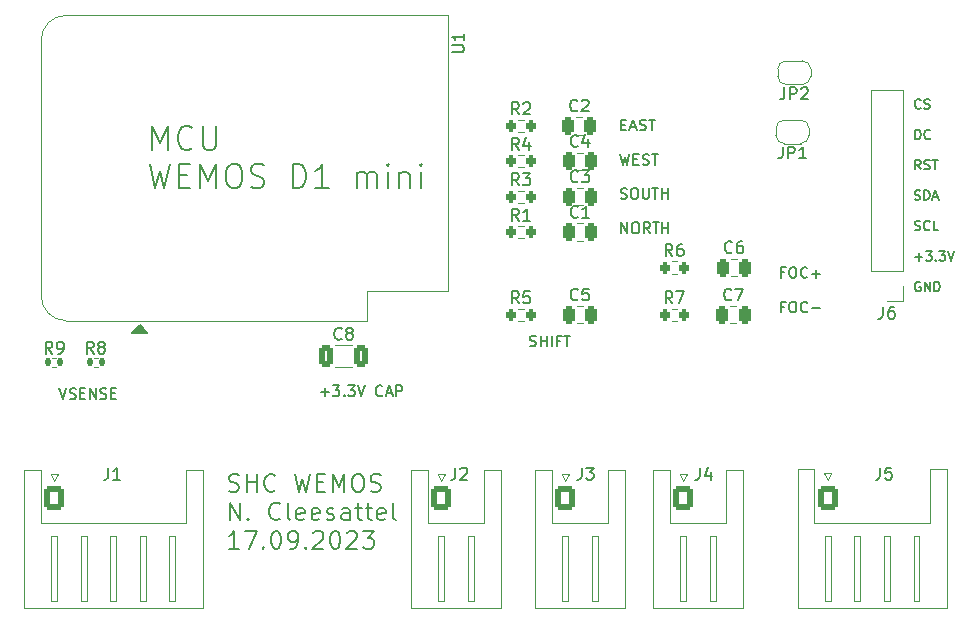
<source format=gbr>
%TF.GenerationSoftware,KiCad,Pcbnew,7.0.7*%
%TF.CreationDate,2023-09-17T22:58:44+02:00*%
%TF.ProjectId,SHC_WEMOS,5348435f-5745-44d4-9f53-2e6b69636164,rev?*%
%TF.SameCoordinates,Original*%
%TF.FileFunction,Legend,Top*%
%TF.FilePolarity,Positive*%
%FSLAX46Y46*%
G04 Gerber Fmt 4.6, Leading zero omitted, Abs format (unit mm)*
G04 Created by KiCad (PCBNEW 7.0.7) date 2023-09-17 22:58:44*
%MOMM*%
%LPD*%
G01*
G04 APERTURE LIST*
G04 Aperture macros list*
%AMRoundRect*
0 Rectangle with rounded corners*
0 $1 Rounding radius*
0 $2 $3 $4 $5 $6 $7 $8 $9 X,Y pos of 4 corners*
0 Add a 4 corners polygon primitive as box body*
4,1,4,$2,$3,$4,$5,$6,$7,$8,$9,$2,$3,0*
0 Add four circle primitives for the rounded corners*
1,1,$1+$1,$2,$3*
1,1,$1+$1,$4,$5*
1,1,$1+$1,$6,$7*
1,1,$1+$1,$8,$9*
0 Add four rect primitives between the rounded corners*
20,1,$1+$1,$2,$3,$4,$5,0*
20,1,$1+$1,$4,$5,$6,$7,0*
20,1,$1+$1,$6,$7,$8,$9,0*
20,1,$1+$1,$8,$9,$2,$3,0*%
%AMFreePoly0*
4,1,19,0.500000,-0.750000,0.000000,-0.750000,0.000000,-0.744911,-0.071157,-0.744911,-0.207708,-0.704816,-0.327430,-0.627875,-0.420627,-0.520320,-0.479746,-0.390866,-0.500000,-0.250000,-0.500000,0.250000,-0.479746,0.390866,-0.420627,0.520320,-0.327430,0.627875,-0.207708,0.704816,-0.071157,0.744911,0.000000,0.744911,0.000000,0.750000,0.500000,0.750000,0.500000,-0.750000,0.500000,-0.750000,
$1*%
%AMFreePoly1*
4,1,19,0.000000,0.744911,0.071157,0.744911,0.207708,0.704816,0.327430,0.627875,0.420627,0.520320,0.479746,0.390866,0.500000,0.250000,0.500000,-0.250000,0.479746,-0.390866,0.420627,-0.520320,0.327430,-0.627875,0.207708,-0.704816,0.071157,-0.744911,0.000000,-0.744911,0.000000,-0.750000,-0.500000,-0.750000,-0.500000,0.750000,0.000000,0.750000,0.000000,0.744911,0.000000,0.744911,
$1*%
G04 Aperture macros list end*
%ADD10C,0.150000*%
%ADD11C,0.120000*%
%ADD12RoundRect,0.250000X-0.600000X-0.750000X0.600000X-0.750000X0.600000X0.750000X-0.600000X0.750000X0*%
%ADD13O,1.700000X2.000000*%
%ADD14RoundRect,0.200000X-0.200000X-0.275000X0.200000X-0.275000X0.200000X0.275000X-0.200000X0.275000X0*%
%ADD15RoundRect,0.135000X-0.135000X-0.185000X0.135000X-0.185000X0.135000X0.185000X-0.135000X0.185000X0*%
%ADD16R,1.700000X1.700000*%
%ADD17O,1.700000X1.700000*%
%ADD18RoundRect,0.250000X-0.600000X-0.725000X0.600000X-0.725000X0.600000X0.725000X-0.600000X0.725000X0*%
%ADD19O,1.700000X1.950000*%
%ADD20RoundRect,0.250000X-0.250000X-0.475000X0.250000X-0.475000X0.250000X0.475000X-0.250000X0.475000X0*%
%ADD21FreePoly0,180.000000*%
%ADD22FreePoly1,180.000000*%
%ADD23RoundRect,0.250000X-0.325000X-0.650000X0.325000X-0.650000X0.325000X0.650000X-0.325000X0.650000X0*%
%ADD24R,2.000000X2.000000*%
%ADD25O,1.600000X2.000000*%
%ADD26C,3.000000*%
G04 APERTURE END LIST*
D10*
X66312969Y24587372D02*
X66012969Y24587372D01*
X66012969Y24115943D02*
X66012969Y25015943D01*
X66012969Y25015943D02*
X66441541Y25015943D01*
X66955827Y25015943D02*
X67127255Y25015943D01*
X67127255Y25015943D02*
X67212970Y24973086D01*
X67212970Y24973086D02*
X67298684Y24887372D01*
X67298684Y24887372D02*
X67341541Y24715943D01*
X67341541Y24715943D02*
X67341541Y24415943D01*
X67341541Y24415943D02*
X67298684Y24244515D01*
X67298684Y24244515D02*
X67212970Y24158800D01*
X67212970Y24158800D02*
X67127255Y24115943D01*
X67127255Y24115943D02*
X66955827Y24115943D01*
X66955827Y24115943D02*
X66870113Y24158800D01*
X66870113Y24158800D02*
X66784398Y24244515D01*
X66784398Y24244515D02*
X66741541Y24415943D01*
X66741541Y24415943D02*
X66741541Y24715943D01*
X66741541Y24715943D02*
X66784398Y24887372D01*
X66784398Y24887372D02*
X66870113Y24973086D01*
X66870113Y24973086D02*
X66955827Y25015943D01*
X68241541Y24201658D02*
X68198684Y24158800D01*
X68198684Y24158800D02*
X68070112Y24115943D01*
X68070112Y24115943D02*
X67984398Y24115943D01*
X67984398Y24115943D02*
X67855827Y24158800D01*
X67855827Y24158800D02*
X67770112Y24244515D01*
X67770112Y24244515D02*
X67727255Y24330229D01*
X67727255Y24330229D02*
X67684398Y24501658D01*
X67684398Y24501658D02*
X67684398Y24630229D01*
X67684398Y24630229D02*
X67727255Y24801658D01*
X67727255Y24801658D02*
X67770112Y24887372D01*
X67770112Y24887372D02*
X67855827Y24973086D01*
X67855827Y24973086D02*
X67984398Y25015943D01*
X67984398Y25015943D02*
X68070112Y25015943D01*
X68070112Y25015943D02*
X68198684Y24973086D01*
X68198684Y24973086D02*
X68241541Y24930229D01*
X68627255Y24458800D02*
X69312970Y24458800D01*
X68970112Y24115943D02*
X68970112Y24801658D01*
X66312969Y21689372D02*
X66012969Y21689372D01*
X66012969Y21217943D02*
X66012969Y22117943D01*
X66012969Y22117943D02*
X66441541Y22117943D01*
X66955827Y22117943D02*
X67127255Y22117943D01*
X67127255Y22117943D02*
X67212970Y22075086D01*
X67212970Y22075086D02*
X67298684Y21989372D01*
X67298684Y21989372D02*
X67341541Y21817943D01*
X67341541Y21817943D02*
X67341541Y21517943D01*
X67341541Y21517943D02*
X67298684Y21346515D01*
X67298684Y21346515D02*
X67212970Y21260800D01*
X67212970Y21260800D02*
X67127255Y21217943D01*
X67127255Y21217943D02*
X66955827Y21217943D01*
X66955827Y21217943D02*
X66870113Y21260800D01*
X66870113Y21260800D02*
X66784398Y21346515D01*
X66784398Y21346515D02*
X66741541Y21517943D01*
X66741541Y21517943D02*
X66741541Y21817943D01*
X66741541Y21817943D02*
X66784398Y21989372D01*
X66784398Y21989372D02*
X66870113Y22075086D01*
X66870113Y22075086D02*
X66955827Y22117943D01*
X68241541Y21303658D02*
X68198684Y21260800D01*
X68198684Y21260800D02*
X68070112Y21217943D01*
X68070112Y21217943D02*
X67984398Y21217943D01*
X67984398Y21217943D02*
X67855827Y21260800D01*
X67855827Y21260800D02*
X67770112Y21346515D01*
X67770112Y21346515D02*
X67727255Y21432229D01*
X67727255Y21432229D02*
X67684398Y21603658D01*
X67684398Y21603658D02*
X67684398Y21732229D01*
X67684398Y21732229D02*
X67727255Y21903658D01*
X67727255Y21903658D02*
X67770112Y21989372D01*
X67770112Y21989372D02*
X67855827Y22075086D01*
X67855827Y22075086D02*
X67984398Y22117943D01*
X67984398Y22117943D02*
X68070112Y22117943D01*
X68070112Y22117943D02*
X68198684Y22075086D01*
X68198684Y22075086D02*
X68241541Y22032229D01*
X68627255Y21560800D02*
X69312970Y21560800D01*
X44770112Y18360800D02*
X44898684Y18317943D01*
X44898684Y18317943D02*
X45112969Y18317943D01*
X45112969Y18317943D02*
X45198684Y18360800D01*
X45198684Y18360800D02*
X45241541Y18403658D01*
X45241541Y18403658D02*
X45284398Y18489372D01*
X45284398Y18489372D02*
X45284398Y18575086D01*
X45284398Y18575086D02*
X45241541Y18660800D01*
X45241541Y18660800D02*
X45198684Y18703658D01*
X45198684Y18703658D02*
X45112969Y18746515D01*
X45112969Y18746515D02*
X44941541Y18789372D01*
X44941541Y18789372D02*
X44855826Y18832229D01*
X44855826Y18832229D02*
X44812969Y18875086D01*
X44812969Y18875086D02*
X44770112Y18960800D01*
X44770112Y18960800D02*
X44770112Y19046515D01*
X44770112Y19046515D02*
X44812969Y19132229D01*
X44812969Y19132229D02*
X44855826Y19175086D01*
X44855826Y19175086D02*
X44941541Y19217943D01*
X44941541Y19217943D02*
X45155826Y19217943D01*
X45155826Y19217943D02*
X45284398Y19175086D01*
X45670112Y18317943D02*
X45670112Y19217943D01*
X45670112Y18789372D02*
X46184398Y18789372D01*
X46184398Y18317943D02*
X46184398Y19217943D01*
X46612969Y18317943D02*
X46612969Y19217943D01*
X47341540Y18789372D02*
X47041540Y18789372D01*
X47041540Y18317943D02*
X47041540Y19217943D01*
X47041540Y19217943D02*
X47470112Y19217943D01*
X47684398Y19217943D02*
X48198684Y19217943D01*
X47941541Y18317943D02*
X47941541Y19217943D01*
X27062969Y14460800D02*
X27748684Y14460800D01*
X27405826Y14117943D02*
X27405826Y14803658D01*
X28091541Y15017943D02*
X28648684Y15017943D01*
X28648684Y15017943D02*
X28348684Y14675086D01*
X28348684Y14675086D02*
X28477255Y14675086D01*
X28477255Y14675086D02*
X28562970Y14632229D01*
X28562970Y14632229D02*
X28605827Y14589372D01*
X28605827Y14589372D02*
X28648684Y14503658D01*
X28648684Y14503658D02*
X28648684Y14289372D01*
X28648684Y14289372D02*
X28605827Y14203658D01*
X28605827Y14203658D02*
X28562970Y14160800D01*
X28562970Y14160800D02*
X28477255Y14117943D01*
X28477255Y14117943D02*
X28220112Y14117943D01*
X28220112Y14117943D02*
X28134398Y14160800D01*
X28134398Y14160800D02*
X28091541Y14203658D01*
X29034398Y14203658D02*
X29077255Y14160800D01*
X29077255Y14160800D02*
X29034398Y14117943D01*
X29034398Y14117943D02*
X28991541Y14160800D01*
X28991541Y14160800D02*
X29034398Y14203658D01*
X29034398Y14203658D02*
X29034398Y14117943D01*
X29377255Y15017943D02*
X29934398Y15017943D01*
X29934398Y15017943D02*
X29634398Y14675086D01*
X29634398Y14675086D02*
X29762969Y14675086D01*
X29762969Y14675086D02*
X29848684Y14632229D01*
X29848684Y14632229D02*
X29891541Y14589372D01*
X29891541Y14589372D02*
X29934398Y14503658D01*
X29934398Y14503658D02*
X29934398Y14289372D01*
X29934398Y14289372D02*
X29891541Y14203658D01*
X29891541Y14203658D02*
X29848684Y14160800D01*
X29848684Y14160800D02*
X29762969Y14117943D01*
X29762969Y14117943D02*
X29505826Y14117943D01*
X29505826Y14117943D02*
X29420112Y14160800D01*
X29420112Y14160800D02*
X29377255Y14203658D01*
X30191541Y15017943D02*
X30491541Y14117943D01*
X30491541Y14117943D02*
X30791541Y15017943D01*
X32291541Y14203658D02*
X32248684Y14160800D01*
X32248684Y14160800D02*
X32120112Y14117943D01*
X32120112Y14117943D02*
X32034398Y14117943D01*
X32034398Y14117943D02*
X31905827Y14160800D01*
X31905827Y14160800D02*
X31820112Y14246515D01*
X31820112Y14246515D02*
X31777255Y14332229D01*
X31777255Y14332229D02*
X31734398Y14503658D01*
X31734398Y14503658D02*
X31734398Y14632229D01*
X31734398Y14632229D02*
X31777255Y14803658D01*
X31777255Y14803658D02*
X31820112Y14889372D01*
X31820112Y14889372D02*
X31905827Y14975086D01*
X31905827Y14975086D02*
X32034398Y15017943D01*
X32034398Y15017943D02*
X32120112Y15017943D01*
X32120112Y15017943D02*
X32248684Y14975086D01*
X32248684Y14975086D02*
X32291541Y14932229D01*
X32634398Y14375086D02*
X33062970Y14375086D01*
X32548684Y14117943D02*
X32848684Y15017943D01*
X32848684Y15017943D02*
X33148684Y14117943D01*
X33448684Y14117943D02*
X33448684Y15017943D01*
X33448684Y15017943D02*
X33791541Y15017943D01*
X33791541Y15017943D02*
X33877256Y14975086D01*
X33877256Y14975086D02*
X33920113Y14932229D01*
X33920113Y14932229D02*
X33962970Y14846515D01*
X33962970Y14846515D02*
X33962970Y14717943D01*
X33962970Y14717943D02*
X33920113Y14632229D01*
X33920113Y14632229D02*
X33877256Y14589372D01*
X33877256Y14589372D02*
X33791541Y14546515D01*
X33791541Y14546515D02*
X33448684Y14546515D01*
X52512969Y37083372D02*
X52812969Y37083372D01*
X52941541Y36611943D02*
X52512969Y36611943D01*
X52512969Y36611943D02*
X52512969Y37511943D01*
X52512969Y37511943D02*
X52941541Y37511943D01*
X53284398Y36869086D02*
X53712970Y36869086D01*
X53198684Y36611943D02*
X53498684Y37511943D01*
X53498684Y37511943D02*
X53798684Y36611943D01*
X54055827Y36654800D02*
X54184399Y36611943D01*
X54184399Y36611943D02*
X54398684Y36611943D01*
X54398684Y36611943D02*
X54484399Y36654800D01*
X54484399Y36654800D02*
X54527256Y36697658D01*
X54527256Y36697658D02*
X54570113Y36783372D01*
X54570113Y36783372D02*
X54570113Y36869086D01*
X54570113Y36869086D02*
X54527256Y36954800D01*
X54527256Y36954800D02*
X54484399Y36997658D01*
X54484399Y36997658D02*
X54398684Y37040515D01*
X54398684Y37040515D02*
X54227256Y37083372D01*
X54227256Y37083372D02*
X54141541Y37126229D01*
X54141541Y37126229D02*
X54098684Y37169086D01*
X54098684Y37169086D02*
X54055827Y37254800D01*
X54055827Y37254800D02*
X54055827Y37340515D01*
X54055827Y37340515D02*
X54098684Y37426229D01*
X54098684Y37426229D02*
X54141541Y37469086D01*
X54141541Y37469086D02*
X54227256Y37511943D01*
X54227256Y37511943D02*
X54441541Y37511943D01*
X54441541Y37511943D02*
X54570113Y37469086D01*
X54827256Y37511943D02*
X55341542Y37511943D01*
X55084399Y36611943D02*
X55084399Y37511943D01*
X52427255Y34613943D02*
X52641541Y33713943D01*
X52641541Y33713943D02*
X52812969Y34356800D01*
X52812969Y34356800D02*
X52984398Y33713943D01*
X52984398Y33713943D02*
X53198684Y34613943D01*
X53541540Y34185372D02*
X53841540Y34185372D01*
X53970112Y33713943D02*
X53541540Y33713943D01*
X53541540Y33713943D02*
X53541540Y34613943D01*
X53541540Y34613943D02*
X53970112Y34613943D01*
X54312969Y33756800D02*
X54441541Y33713943D01*
X54441541Y33713943D02*
X54655826Y33713943D01*
X54655826Y33713943D02*
X54741541Y33756800D01*
X54741541Y33756800D02*
X54784398Y33799658D01*
X54784398Y33799658D02*
X54827255Y33885372D01*
X54827255Y33885372D02*
X54827255Y33971086D01*
X54827255Y33971086D02*
X54784398Y34056800D01*
X54784398Y34056800D02*
X54741541Y34099658D01*
X54741541Y34099658D02*
X54655826Y34142515D01*
X54655826Y34142515D02*
X54484398Y34185372D01*
X54484398Y34185372D02*
X54398683Y34228229D01*
X54398683Y34228229D02*
X54355826Y34271086D01*
X54355826Y34271086D02*
X54312969Y34356800D01*
X54312969Y34356800D02*
X54312969Y34442515D01*
X54312969Y34442515D02*
X54355826Y34528229D01*
X54355826Y34528229D02*
X54398683Y34571086D01*
X54398683Y34571086D02*
X54484398Y34613943D01*
X54484398Y34613943D02*
X54698683Y34613943D01*
X54698683Y34613943D02*
X54827255Y34571086D01*
X55084398Y34613943D02*
X55598684Y34613943D01*
X55341541Y33713943D02*
X55341541Y34613943D01*
X52470112Y30858800D02*
X52598684Y30815943D01*
X52598684Y30815943D02*
X52812969Y30815943D01*
X52812969Y30815943D02*
X52898684Y30858800D01*
X52898684Y30858800D02*
X52941541Y30901658D01*
X52941541Y30901658D02*
X52984398Y30987372D01*
X52984398Y30987372D02*
X52984398Y31073086D01*
X52984398Y31073086D02*
X52941541Y31158800D01*
X52941541Y31158800D02*
X52898684Y31201658D01*
X52898684Y31201658D02*
X52812969Y31244515D01*
X52812969Y31244515D02*
X52641541Y31287372D01*
X52641541Y31287372D02*
X52555826Y31330229D01*
X52555826Y31330229D02*
X52512969Y31373086D01*
X52512969Y31373086D02*
X52470112Y31458800D01*
X52470112Y31458800D02*
X52470112Y31544515D01*
X52470112Y31544515D02*
X52512969Y31630229D01*
X52512969Y31630229D02*
X52555826Y31673086D01*
X52555826Y31673086D02*
X52641541Y31715943D01*
X52641541Y31715943D02*
X52855826Y31715943D01*
X52855826Y31715943D02*
X52984398Y31673086D01*
X53541541Y31715943D02*
X53712969Y31715943D01*
X53712969Y31715943D02*
X53798684Y31673086D01*
X53798684Y31673086D02*
X53884398Y31587372D01*
X53884398Y31587372D02*
X53927255Y31415943D01*
X53927255Y31415943D02*
X53927255Y31115943D01*
X53927255Y31115943D02*
X53884398Y30944515D01*
X53884398Y30944515D02*
X53798684Y30858800D01*
X53798684Y30858800D02*
X53712969Y30815943D01*
X53712969Y30815943D02*
X53541541Y30815943D01*
X53541541Y30815943D02*
X53455827Y30858800D01*
X53455827Y30858800D02*
X53370112Y30944515D01*
X53370112Y30944515D02*
X53327255Y31115943D01*
X53327255Y31115943D02*
X53327255Y31415943D01*
X53327255Y31415943D02*
X53370112Y31587372D01*
X53370112Y31587372D02*
X53455827Y31673086D01*
X53455827Y31673086D02*
X53541541Y31715943D01*
X54312969Y31715943D02*
X54312969Y30987372D01*
X54312969Y30987372D02*
X54355826Y30901658D01*
X54355826Y30901658D02*
X54398684Y30858800D01*
X54398684Y30858800D02*
X54484398Y30815943D01*
X54484398Y30815943D02*
X54655826Y30815943D01*
X54655826Y30815943D02*
X54741541Y30858800D01*
X54741541Y30858800D02*
X54784398Y30901658D01*
X54784398Y30901658D02*
X54827255Y30987372D01*
X54827255Y30987372D02*
X54827255Y31715943D01*
X55127255Y31715943D02*
X55641541Y31715943D01*
X55384398Y30815943D02*
X55384398Y31715943D01*
X55941540Y30815943D02*
X55941540Y31715943D01*
X55941540Y31287372D02*
X56455826Y31287372D01*
X56455826Y30815943D02*
X56455826Y31715943D01*
X52512969Y27917943D02*
X52512969Y28817943D01*
X52512969Y28817943D02*
X53027255Y27917943D01*
X53027255Y27917943D02*
X53027255Y28817943D01*
X53627255Y28817943D02*
X53798683Y28817943D01*
X53798683Y28817943D02*
X53884398Y28775086D01*
X53884398Y28775086D02*
X53970112Y28689372D01*
X53970112Y28689372D02*
X54012969Y28517943D01*
X54012969Y28517943D02*
X54012969Y28217943D01*
X54012969Y28217943D02*
X53970112Y28046515D01*
X53970112Y28046515D02*
X53884398Y27960800D01*
X53884398Y27960800D02*
X53798683Y27917943D01*
X53798683Y27917943D02*
X53627255Y27917943D01*
X53627255Y27917943D02*
X53541541Y27960800D01*
X53541541Y27960800D02*
X53455826Y28046515D01*
X53455826Y28046515D02*
X53412969Y28217943D01*
X53412969Y28217943D02*
X53412969Y28517943D01*
X53412969Y28517943D02*
X53455826Y28689372D01*
X53455826Y28689372D02*
X53541541Y28775086D01*
X53541541Y28775086D02*
X53627255Y28817943D01*
X54912969Y27917943D02*
X54612969Y28346515D01*
X54398683Y27917943D02*
X54398683Y28817943D01*
X54398683Y28817943D02*
X54741540Y28817943D01*
X54741540Y28817943D02*
X54827255Y28775086D01*
X54827255Y28775086D02*
X54870112Y28732229D01*
X54870112Y28732229D02*
X54912969Y28646515D01*
X54912969Y28646515D02*
X54912969Y28517943D01*
X54912969Y28517943D02*
X54870112Y28432229D01*
X54870112Y28432229D02*
X54827255Y28389372D01*
X54827255Y28389372D02*
X54741540Y28346515D01*
X54741540Y28346515D02*
X54398683Y28346515D01*
X55170112Y28817943D02*
X55684398Y28817943D01*
X55427255Y27917943D02*
X55427255Y28817943D01*
X55984397Y27917943D02*
X55984397Y28817943D01*
X55984397Y28389372D02*
X56498683Y28389372D01*
X56498683Y27917943D02*
X56498683Y28817943D01*
X77846303Y38537896D02*
X77808207Y38499800D01*
X77808207Y38499800D02*
X77693922Y38461705D01*
X77693922Y38461705D02*
X77617731Y38461705D01*
X77617731Y38461705D02*
X77503445Y38499800D01*
X77503445Y38499800D02*
X77427255Y38575991D01*
X77427255Y38575991D02*
X77389160Y38652181D01*
X77389160Y38652181D02*
X77351064Y38804562D01*
X77351064Y38804562D02*
X77351064Y38918848D01*
X77351064Y38918848D02*
X77389160Y39071229D01*
X77389160Y39071229D02*
X77427255Y39147420D01*
X77427255Y39147420D02*
X77503445Y39223610D01*
X77503445Y39223610D02*
X77617731Y39261705D01*
X77617731Y39261705D02*
X77693922Y39261705D01*
X77693922Y39261705D02*
X77808207Y39223610D01*
X77808207Y39223610D02*
X77846303Y39185515D01*
X78151064Y38499800D02*
X78265350Y38461705D01*
X78265350Y38461705D02*
X78455826Y38461705D01*
X78455826Y38461705D02*
X78532017Y38499800D01*
X78532017Y38499800D02*
X78570112Y38537896D01*
X78570112Y38537896D02*
X78608207Y38614086D01*
X78608207Y38614086D02*
X78608207Y38690277D01*
X78608207Y38690277D02*
X78570112Y38766467D01*
X78570112Y38766467D02*
X78532017Y38804562D01*
X78532017Y38804562D02*
X78455826Y38842658D01*
X78455826Y38842658D02*
X78303445Y38880753D01*
X78303445Y38880753D02*
X78227255Y38918848D01*
X78227255Y38918848D02*
X78189160Y38956943D01*
X78189160Y38956943D02*
X78151064Y39033134D01*
X78151064Y39033134D02*
X78151064Y39109324D01*
X78151064Y39109324D02*
X78189160Y39185515D01*
X78189160Y39185515D02*
X78227255Y39223610D01*
X78227255Y39223610D02*
X78303445Y39261705D01*
X78303445Y39261705D02*
X78493922Y39261705D01*
X78493922Y39261705D02*
X78608207Y39223610D01*
X77389160Y35885705D02*
X77389160Y36685705D01*
X77389160Y36685705D02*
X77579636Y36685705D01*
X77579636Y36685705D02*
X77693922Y36647610D01*
X77693922Y36647610D02*
X77770112Y36571420D01*
X77770112Y36571420D02*
X77808207Y36495229D01*
X77808207Y36495229D02*
X77846303Y36342848D01*
X77846303Y36342848D02*
X77846303Y36228562D01*
X77846303Y36228562D02*
X77808207Y36076181D01*
X77808207Y36076181D02*
X77770112Y35999991D01*
X77770112Y35999991D02*
X77693922Y35923800D01*
X77693922Y35923800D02*
X77579636Y35885705D01*
X77579636Y35885705D02*
X77389160Y35885705D01*
X78646303Y35961896D02*
X78608207Y35923800D01*
X78608207Y35923800D02*
X78493922Y35885705D01*
X78493922Y35885705D02*
X78417731Y35885705D01*
X78417731Y35885705D02*
X78303445Y35923800D01*
X78303445Y35923800D02*
X78227255Y35999991D01*
X78227255Y35999991D02*
X78189160Y36076181D01*
X78189160Y36076181D02*
X78151064Y36228562D01*
X78151064Y36228562D02*
X78151064Y36342848D01*
X78151064Y36342848D02*
X78189160Y36495229D01*
X78189160Y36495229D02*
X78227255Y36571420D01*
X78227255Y36571420D02*
X78303445Y36647610D01*
X78303445Y36647610D02*
X78417731Y36685705D01*
X78417731Y36685705D02*
X78493922Y36685705D01*
X78493922Y36685705D02*
X78608207Y36647610D01*
X78608207Y36647610D02*
X78646303Y36609515D01*
X77846303Y33309705D02*
X77579636Y33690658D01*
X77389160Y33309705D02*
X77389160Y34109705D01*
X77389160Y34109705D02*
X77693922Y34109705D01*
X77693922Y34109705D02*
X77770112Y34071610D01*
X77770112Y34071610D02*
X77808207Y34033515D01*
X77808207Y34033515D02*
X77846303Y33957324D01*
X77846303Y33957324D02*
X77846303Y33843039D01*
X77846303Y33843039D02*
X77808207Y33766848D01*
X77808207Y33766848D02*
X77770112Y33728753D01*
X77770112Y33728753D02*
X77693922Y33690658D01*
X77693922Y33690658D02*
X77389160Y33690658D01*
X78151064Y33347800D02*
X78265350Y33309705D01*
X78265350Y33309705D02*
X78455826Y33309705D01*
X78455826Y33309705D02*
X78532017Y33347800D01*
X78532017Y33347800D02*
X78570112Y33385896D01*
X78570112Y33385896D02*
X78608207Y33462086D01*
X78608207Y33462086D02*
X78608207Y33538277D01*
X78608207Y33538277D02*
X78570112Y33614467D01*
X78570112Y33614467D02*
X78532017Y33652562D01*
X78532017Y33652562D02*
X78455826Y33690658D01*
X78455826Y33690658D02*
X78303445Y33728753D01*
X78303445Y33728753D02*
X78227255Y33766848D01*
X78227255Y33766848D02*
X78189160Y33804943D01*
X78189160Y33804943D02*
X78151064Y33881134D01*
X78151064Y33881134D02*
X78151064Y33957324D01*
X78151064Y33957324D02*
X78189160Y34033515D01*
X78189160Y34033515D02*
X78227255Y34071610D01*
X78227255Y34071610D02*
X78303445Y34109705D01*
X78303445Y34109705D02*
X78493922Y34109705D01*
X78493922Y34109705D02*
X78608207Y34071610D01*
X78836779Y34109705D02*
X79293922Y34109705D01*
X79065350Y33309705D02*
X79065350Y34109705D01*
X77351064Y30771800D02*
X77465350Y30733705D01*
X77465350Y30733705D02*
X77655826Y30733705D01*
X77655826Y30733705D02*
X77732017Y30771800D01*
X77732017Y30771800D02*
X77770112Y30809896D01*
X77770112Y30809896D02*
X77808207Y30886086D01*
X77808207Y30886086D02*
X77808207Y30962277D01*
X77808207Y30962277D02*
X77770112Y31038467D01*
X77770112Y31038467D02*
X77732017Y31076562D01*
X77732017Y31076562D02*
X77655826Y31114658D01*
X77655826Y31114658D02*
X77503445Y31152753D01*
X77503445Y31152753D02*
X77427255Y31190848D01*
X77427255Y31190848D02*
X77389160Y31228943D01*
X77389160Y31228943D02*
X77351064Y31305134D01*
X77351064Y31305134D02*
X77351064Y31381324D01*
X77351064Y31381324D02*
X77389160Y31457515D01*
X77389160Y31457515D02*
X77427255Y31495610D01*
X77427255Y31495610D02*
X77503445Y31533705D01*
X77503445Y31533705D02*
X77693922Y31533705D01*
X77693922Y31533705D02*
X77808207Y31495610D01*
X78151065Y30733705D02*
X78151065Y31533705D01*
X78151065Y31533705D02*
X78341541Y31533705D01*
X78341541Y31533705D02*
X78455827Y31495610D01*
X78455827Y31495610D02*
X78532017Y31419420D01*
X78532017Y31419420D02*
X78570112Y31343229D01*
X78570112Y31343229D02*
X78608208Y31190848D01*
X78608208Y31190848D02*
X78608208Y31076562D01*
X78608208Y31076562D02*
X78570112Y30924181D01*
X78570112Y30924181D02*
X78532017Y30847991D01*
X78532017Y30847991D02*
X78455827Y30771800D01*
X78455827Y30771800D02*
X78341541Y30733705D01*
X78341541Y30733705D02*
X78151065Y30733705D01*
X78912969Y30962277D02*
X79293922Y30962277D01*
X78836779Y30733705D02*
X79103446Y31533705D01*
X79103446Y31533705D02*
X79370112Y30733705D01*
X77351064Y28195800D02*
X77465350Y28157705D01*
X77465350Y28157705D02*
X77655826Y28157705D01*
X77655826Y28157705D02*
X77732017Y28195800D01*
X77732017Y28195800D02*
X77770112Y28233896D01*
X77770112Y28233896D02*
X77808207Y28310086D01*
X77808207Y28310086D02*
X77808207Y28386277D01*
X77808207Y28386277D02*
X77770112Y28462467D01*
X77770112Y28462467D02*
X77732017Y28500562D01*
X77732017Y28500562D02*
X77655826Y28538658D01*
X77655826Y28538658D02*
X77503445Y28576753D01*
X77503445Y28576753D02*
X77427255Y28614848D01*
X77427255Y28614848D02*
X77389160Y28652943D01*
X77389160Y28652943D02*
X77351064Y28729134D01*
X77351064Y28729134D02*
X77351064Y28805324D01*
X77351064Y28805324D02*
X77389160Y28881515D01*
X77389160Y28881515D02*
X77427255Y28919610D01*
X77427255Y28919610D02*
X77503445Y28957705D01*
X77503445Y28957705D02*
X77693922Y28957705D01*
X77693922Y28957705D02*
X77808207Y28919610D01*
X78608208Y28233896D02*
X78570112Y28195800D01*
X78570112Y28195800D02*
X78455827Y28157705D01*
X78455827Y28157705D02*
X78379636Y28157705D01*
X78379636Y28157705D02*
X78265350Y28195800D01*
X78265350Y28195800D02*
X78189160Y28271991D01*
X78189160Y28271991D02*
X78151065Y28348181D01*
X78151065Y28348181D02*
X78112969Y28500562D01*
X78112969Y28500562D02*
X78112969Y28614848D01*
X78112969Y28614848D02*
X78151065Y28767229D01*
X78151065Y28767229D02*
X78189160Y28843420D01*
X78189160Y28843420D02*
X78265350Y28919610D01*
X78265350Y28919610D02*
X78379636Y28957705D01*
X78379636Y28957705D02*
X78455827Y28957705D01*
X78455827Y28957705D02*
X78570112Y28919610D01*
X78570112Y28919610D02*
X78608208Y28881515D01*
X79332017Y28157705D02*
X78951065Y28157705D01*
X78951065Y28157705D02*
X78951065Y28957705D01*
X77389160Y25886467D02*
X77998684Y25886467D01*
X77693922Y25581705D02*
X77693922Y26191229D01*
X78303445Y26381705D02*
X78798683Y26381705D01*
X78798683Y26381705D02*
X78532017Y26076943D01*
X78532017Y26076943D02*
X78646302Y26076943D01*
X78646302Y26076943D02*
X78722493Y26038848D01*
X78722493Y26038848D02*
X78760588Y26000753D01*
X78760588Y26000753D02*
X78798683Y25924562D01*
X78798683Y25924562D02*
X78798683Y25734086D01*
X78798683Y25734086D02*
X78760588Y25657896D01*
X78760588Y25657896D02*
X78722493Y25619800D01*
X78722493Y25619800D02*
X78646302Y25581705D01*
X78646302Y25581705D02*
X78417731Y25581705D01*
X78417731Y25581705D02*
X78341540Y25619800D01*
X78341540Y25619800D02*
X78303445Y25657896D01*
X79141541Y25657896D02*
X79179636Y25619800D01*
X79179636Y25619800D02*
X79141541Y25581705D01*
X79141541Y25581705D02*
X79103445Y25619800D01*
X79103445Y25619800D02*
X79141541Y25657896D01*
X79141541Y25657896D02*
X79141541Y25581705D01*
X79446302Y26381705D02*
X79941540Y26381705D01*
X79941540Y26381705D02*
X79674874Y26076943D01*
X79674874Y26076943D02*
X79789159Y26076943D01*
X79789159Y26076943D02*
X79865350Y26038848D01*
X79865350Y26038848D02*
X79903445Y26000753D01*
X79903445Y26000753D02*
X79941540Y25924562D01*
X79941540Y25924562D02*
X79941540Y25734086D01*
X79941540Y25734086D02*
X79903445Y25657896D01*
X79903445Y25657896D02*
X79865350Y25619800D01*
X79865350Y25619800D02*
X79789159Y25581705D01*
X79789159Y25581705D02*
X79560588Y25581705D01*
X79560588Y25581705D02*
X79484397Y25619800D01*
X79484397Y25619800D02*
X79446302Y25657896D01*
X80170112Y26381705D02*
X80436779Y25581705D01*
X80436779Y25581705D02*
X80703445Y26381705D01*
X77808207Y23767610D02*
X77732017Y23805705D01*
X77732017Y23805705D02*
X77617731Y23805705D01*
X77617731Y23805705D02*
X77503445Y23767610D01*
X77503445Y23767610D02*
X77427255Y23691420D01*
X77427255Y23691420D02*
X77389160Y23615229D01*
X77389160Y23615229D02*
X77351064Y23462848D01*
X77351064Y23462848D02*
X77351064Y23348562D01*
X77351064Y23348562D02*
X77389160Y23196181D01*
X77389160Y23196181D02*
X77427255Y23119991D01*
X77427255Y23119991D02*
X77503445Y23043800D01*
X77503445Y23043800D02*
X77617731Y23005705D01*
X77617731Y23005705D02*
X77693922Y23005705D01*
X77693922Y23005705D02*
X77808207Y23043800D01*
X77808207Y23043800D02*
X77846303Y23081896D01*
X77846303Y23081896D02*
X77846303Y23348562D01*
X77846303Y23348562D02*
X77693922Y23348562D01*
X78189160Y23005705D02*
X78189160Y23805705D01*
X78189160Y23805705D02*
X78646303Y23005705D01*
X78646303Y23005705D02*
X78646303Y23805705D01*
X79027255Y23005705D02*
X79027255Y23805705D01*
X79027255Y23805705D02*
X79217731Y23805705D01*
X79217731Y23805705D02*
X79332017Y23767610D01*
X79332017Y23767610D02*
X79408207Y23691420D01*
X79408207Y23691420D02*
X79446302Y23615229D01*
X79446302Y23615229D02*
X79484398Y23462848D01*
X79484398Y23462848D02*
X79484398Y23348562D01*
X79484398Y23348562D02*
X79446302Y23196181D01*
X79446302Y23196181D02*
X79408207Y23119991D01*
X79408207Y23119991D02*
X79332017Y23043800D01*
X79332017Y23043800D02*
X79217731Y23005705D01*
X79217731Y23005705D02*
X79027255Y23005705D01*
X12774874Y34972562D02*
X12774874Y36972562D01*
X12774874Y36972562D02*
X13441541Y35543991D01*
X13441541Y35543991D02*
X14108207Y36972562D01*
X14108207Y36972562D02*
X14108207Y34972562D01*
X16203445Y35163039D02*
X16108207Y35067800D01*
X16108207Y35067800D02*
X15822493Y34972562D01*
X15822493Y34972562D02*
X15632017Y34972562D01*
X15632017Y34972562D02*
X15346302Y35067800D01*
X15346302Y35067800D02*
X15155826Y35258277D01*
X15155826Y35258277D02*
X15060588Y35448753D01*
X15060588Y35448753D02*
X14965350Y35829705D01*
X14965350Y35829705D02*
X14965350Y36115420D01*
X14965350Y36115420D02*
X15060588Y36496372D01*
X15060588Y36496372D02*
X15155826Y36686848D01*
X15155826Y36686848D02*
X15346302Y36877324D01*
X15346302Y36877324D02*
X15632017Y36972562D01*
X15632017Y36972562D02*
X15822493Y36972562D01*
X15822493Y36972562D02*
X16108207Y36877324D01*
X16108207Y36877324D02*
X16203445Y36782086D01*
X17060588Y36972562D02*
X17060588Y35353515D01*
X17060588Y35353515D02*
X17155826Y35163039D01*
X17155826Y35163039D02*
X17251064Y35067800D01*
X17251064Y35067800D02*
X17441540Y34972562D01*
X17441540Y34972562D02*
X17822493Y34972562D01*
X17822493Y34972562D02*
X18012969Y35067800D01*
X18012969Y35067800D02*
X18108207Y35163039D01*
X18108207Y35163039D02*
X18203445Y35353515D01*
X18203445Y35353515D02*
X18203445Y36972562D01*
X12584398Y33752562D02*
X13060588Y31752562D01*
X13060588Y31752562D02*
X13441541Y33181134D01*
X13441541Y33181134D02*
X13822493Y31752562D01*
X13822493Y31752562D02*
X14298684Y33752562D01*
X15060588Y32800181D02*
X15727255Y32800181D01*
X16012969Y31752562D02*
X15060588Y31752562D01*
X15060588Y31752562D02*
X15060588Y33752562D01*
X15060588Y33752562D02*
X16012969Y33752562D01*
X16870112Y31752562D02*
X16870112Y33752562D01*
X16870112Y33752562D02*
X17536779Y32323991D01*
X17536779Y32323991D02*
X18203445Y33752562D01*
X18203445Y33752562D02*
X18203445Y31752562D01*
X19536778Y33752562D02*
X19917731Y33752562D01*
X19917731Y33752562D02*
X20108207Y33657324D01*
X20108207Y33657324D02*
X20298683Y33466848D01*
X20298683Y33466848D02*
X20393921Y33085896D01*
X20393921Y33085896D02*
X20393921Y32419229D01*
X20393921Y32419229D02*
X20298683Y32038277D01*
X20298683Y32038277D02*
X20108207Y31847800D01*
X20108207Y31847800D02*
X19917731Y31752562D01*
X19917731Y31752562D02*
X19536778Y31752562D01*
X19536778Y31752562D02*
X19346302Y31847800D01*
X19346302Y31847800D02*
X19155826Y32038277D01*
X19155826Y32038277D02*
X19060588Y32419229D01*
X19060588Y32419229D02*
X19060588Y33085896D01*
X19060588Y33085896D02*
X19155826Y33466848D01*
X19155826Y33466848D02*
X19346302Y33657324D01*
X19346302Y33657324D02*
X19536778Y33752562D01*
X21155826Y31847800D02*
X21441540Y31752562D01*
X21441540Y31752562D02*
X21917731Y31752562D01*
X21917731Y31752562D02*
X22108207Y31847800D01*
X22108207Y31847800D02*
X22203445Y31943039D01*
X22203445Y31943039D02*
X22298683Y32133515D01*
X22298683Y32133515D02*
X22298683Y32323991D01*
X22298683Y32323991D02*
X22203445Y32514467D01*
X22203445Y32514467D02*
X22108207Y32609705D01*
X22108207Y32609705D02*
X21917731Y32704943D01*
X21917731Y32704943D02*
X21536778Y32800181D01*
X21536778Y32800181D02*
X21346302Y32895420D01*
X21346302Y32895420D02*
X21251064Y32990658D01*
X21251064Y32990658D02*
X21155826Y33181134D01*
X21155826Y33181134D02*
X21155826Y33371610D01*
X21155826Y33371610D02*
X21251064Y33562086D01*
X21251064Y33562086D02*
X21346302Y33657324D01*
X21346302Y33657324D02*
X21536778Y33752562D01*
X21536778Y33752562D02*
X22012969Y33752562D01*
X22012969Y33752562D02*
X22298683Y33657324D01*
X24679636Y31752562D02*
X24679636Y33752562D01*
X24679636Y33752562D02*
X25155826Y33752562D01*
X25155826Y33752562D02*
X25441541Y33657324D01*
X25441541Y33657324D02*
X25632017Y33466848D01*
X25632017Y33466848D02*
X25727255Y33276372D01*
X25727255Y33276372D02*
X25822493Y32895420D01*
X25822493Y32895420D02*
X25822493Y32609705D01*
X25822493Y32609705D02*
X25727255Y32228753D01*
X25727255Y32228753D02*
X25632017Y32038277D01*
X25632017Y32038277D02*
X25441541Y31847800D01*
X25441541Y31847800D02*
X25155826Y31752562D01*
X25155826Y31752562D02*
X24679636Y31752562D01*
X27727255Y31752562D02*
X26584398Y31752562D01*
X27155826Y31752562D02*
X27155826Y33752562D01*
X27155826Y33752562D02*
X26965350Y33466848D01*
X26965350Y33466848D02*
X26774874Y33276372D01*
X26774874Y33276372D02*
X26584398Y33181134D01*
X30108208Y31752562D02*
X30108208Y33085896D01*
X30108208Y32895420D02*
X30203446Y32990658D01*
X30203446Y32990658D02*
X30393922Y33085896D01*
X30393922Y33085896D02*
X30679637Y33085896D01*
X30679637Y33085896D02*
X30870113Y32990658D01*
X30870113Y32990658D02*
X30965351Y32800181D01*
X30965351Y32800181D02*
X30965351Y31752562D01*
X30965351Y32800181D02*
X31060589Y32990658D01*
X31060589Y32990658D02*
X31251065Y33085896D01*
X31251065Y33085896D02*
X31536779Y33085896D01*
X31536779Y33085896D02*
X31727256Y32990658D01*
X31727256Y32990658D02*
X31822494Y32800181D01*
X31822494Y32800181D02*
X31822494Y31752562D01*
X32774875Y31752562D02*
X32774875Y33085896D01*
X32774875Y33752562D02*
X32679637Y33657324D01*
X32679637Y33657324D02*
X32774875Y33562086D01*
X32774875Y33562086D02*
X32870113Y33657324D01*
X32870113Y33657324D02*
X32774875Y33752562D01*
X32774875Y33752562D02*
X32774875Y33562086D01*
X33727256Y33085896D02*
X33727256Y31752562D01*
X33727256Y32895420D02*
X33822494Y32990658D01*
X33822494Y32990658D02*
X34012970Y33085896D01*
X34012970Y33085896D02*
X34298685Y33085896D01*
X34298685Y33085896D02*
X34489161Y32990658D01*
X34489161Y32990658D02*
X34584399Y32800181D01*
X34584399Y32800181D02*
X34584399Y31752562D01*
X35536780Y31752562D02*
X35536780Y33085896D01*
X35536780Y33752562D02*
X35441542Y33657324D01*
X35441542Y33657324D02*
X35536780Y33562086D01*
X35536780Y33562086D02*
X35632018Y33657324D01*
X35632018Y33657324D02*
X35536780Y33752562D01*
X35536780Y33752562D02*
X35536780Y33562086D01*
X4934398Y14767943D02*
X5234398Y13867943D01*
X5234398Y13867943D02*
X5534398Y14767943D01*
X5791541Y13910800D02*
X5920113Y13867943D01*
X5920113Y13867943D02*
X6134398Y13867943D01*
X6134398Y13867943D02*
X6220113Y13910800D01*
X6220113Y13910800D02*
X6262970Y13953658D01*
X6262970Y13953658D02*
X6305827Y14039372D01*
X6305827Y14039372D02*
X6305827Y14125086D01*
X6305827Y14125086D02*
X6262970Y14210800D01*
X6262970Y14210800D02*
X6220113Y14253658D01*
X6220113Y14253658D02*
X6134398Y14296515D01*
X6134398Y14296515D02*
X5962970Y14339372D01*
X5962970Y14339372D02*
X5877255Y14382229D01*
X5877255Y14382229D02*
X5834398Y14425086D01*
X5834398Y14425086D02*
X5791541Y14510800D01*
X5791541Y14510800D02*
X5791541Y14596515D01*
X5791541Y14596515D02*
X5834398Y14682229D01*
X5834398Y14682229D02*
X5877255Y14725086D01*
X5877255Y14725086D02*
X5962970Y14767943D01*
X5962970Y14767943D02*
X6177255Y14767943D01*
X6177255Y14767943D02*
X6305827Y14725086D01*
X6691541Y14339372D02*
X6991541Y14339372D01*
X7120113Y13867943D02*
X6691541Y13867943D01*
X6691541Y13867943D02*
X6691541Y14767943D01*
X6691541Y14767943D02*
X7120113Y14767943D01*
X7505827Y13867943D02*
X7505827Y14767943D01*
X7505827Y14767943D02*
X8020113Y13867943D01*
X8020113Y13867943D02*
X8020113Y14767943D01*
X8405827Y13910800D02*
X8534399Y13867943D01*
X8534399Y13867943D02*
X8748684Y13867943D01*
X8748684Y13867943D02*
X8834399Y13910800D01*
X8834399Y13910800D02*
X8877256Y13953658D01*
X8877256Y13953658D02*
X8920113Y14039372D01*
X8920113Y14039372D02*
X8920113Y14125086D01*
X8920113Y14125086D02*
X8877256Y14210800D01*
X8877256Y14210800D02*
X8834399Y14253658D01*
X8834399Y14253658D02*
X8748684Y14296515D01*
X8748684Y14296515D02*
X8577256Y14339372D01*
X8577256Y14339372D02*
X8491541Y14382229D01*
X8491541Y14382229D02*
X8448684Y14425086D01*
X8448684Y14425086D02*
X8405827Y14510800D01*
X8405827Y14510800D02*
X8405827Y14596515D01*
X8405827Y14596515D02*
X8448684Y14682229D01*
X8448684Y14682229D02*
X8491541Y14725086D01*
X8491541Y14725086D02*
X8577256Y14767943D01*
X8577256Y14767943D02*
X8791541Y14767943D01*
X8791541Y14767943D02*
X8920113Y14725086D01*
X9305827Y14339372D02*
X9605827Y14339372D01*
X9734399Y13867943D02*
X9305827Y13867943D01*
X9305827Y13867943D02*
X9305827Y14767943D01*
X9305827Y14767943D02*
X9734399Y14767943D01*
X19284398Y6092800D02*
X19498684Y6021372D01*
X19498684Y6021372D02*
X19855826Y6021372D01*
X19855826Y6021372D02*
X19998684Y6092800D01*
X19998684Y6092800D02*
X20070112Y6164229D01*
X20070112Y6164229D02*
X20141541Y6307086D01*
X20141541Y6307086D02*
X20141541Y6449943D01*
X20141541Y6449943D02*
X20070112Y6592800D01*
X20070112Y6592800D02*
X19998684Y6664229D01*
X19998684Y6664229D02*
X19855826Y6735658D01*
X19855826Y6735658D02*
X19570112Y6807086D01*
X19570112Y6807086D02*
X19427255Y6878515D01*
X19427255Y6878515D02*
X19355826Y6949943D01*
X19355826Y6949943D02*
X19284398Y7092800D01*
X19284398Y7092800D02*
X19284398Y7235658D01*
X19284398Y7235658D02*
X19355826Y7378515D01*
X19355826Y7378515D02*
X19427255Y7449943D01*
X19427255Y7449943D02*
X19570112Y7521372D01*
X19570112Y7521372D02*
X19927255Y7521372D01*
X19927255Y7521372D02*
X20141541Y7449943D01*
X20784397Y6021372D02*
X20784397Y7521372D01*
X20784397Y6807086D02*
X21641540Y6807086D01*
X21641540Y6021372D02*
X21641540Y7521372D01*
X23212969Y6164229D02*
X23141541Y6092800D01*
X23141541Y6092800D02*
X22927255Y6021372D01*
X22927255Y6021372D02*
X22784398Y6021372D01*
X22784398Y6021372D02*
X22570112Y6092800D01*
X22570112Y6092800D02*
X22427255Y6235658D01*
X22427255Y6235658D02*
X22355826Y6378515D01*
X22355826Y6378515D02*
X22284398Y6664229D01*
X22284398Y6664229D02*
X22284398Y6878515D01*
X22284398Y6878515D02*
X22355826Y7164229D01*
X22355826Y7164229D02*
X22427255Y7307086D01*
X22427255Y7307086D02*
X22570112Y7449943D01*
X22570112Y7449943D02*
X22784398Y7521372D01*
X22784398Y7521372D02*
X22927255Y7521372D01*
X22927255Y7521372D02*
X23141541Y7449943D01*
X23141541Y7449943D02*
X23212969Y7378515D01*
X24855826Y7521372D02*
X25212969Y6021372D01*
X25212969Y6021372D02*
X25498683Y7092800D01*
X25498683Y7092800D02*
X25784398Y6021372D01*
X25784398Y6021372D02*
X26141541Y7521372D01*
X26712969Y6807086D02*
X27212969Y6807086D01*
X27427255Y6021372D02*
X26712969Y6021372D01*
X26712969Y6021372D02*
X26712969Y7521372D01*
X26712969Y7521372D02*
X27427255Y7521372D01*
X28070112Y6021372D02*
X28070112Y7521372D01*
X28070112Y7521372D02*
X28570112Y6449943D01*
X28570112Y6449943D02*
X29070112Y7521372D01*
X29070112Y7521372D02*
X29070112Y6021372D01*
X30070113Y7521372D02*
X30355827Y7521372D01*
X30355827Y7521372D02*
X30498684Y7449943D01*
X30498684Y7449943D02*
X30641541Y7307086D01*
X30641541Y7307086D02*
X30712970Y7021372D01*
X30712970Y7021372D02*
X30712970Y6521372D01*
X30712970Y6521372D02*
X30641541Y6235658D01*
X30641541Y6235658D02*
X30498684Y6092800D01*
X30498684Y6092800D02*
X30355827Y6021372D01*
X30355827Y6021372D02*
X30070113Y6021372D01*
X30070113Y6021372D02*
X29927256Y6092800D01*
X29927256Y6092800D02*
X29784398Y6235658D01*
X29784398Y6235658D02*
X29712970Y6521372D01*
X29712970Y6521372D02*
X29712970Y7021372D01*
X29712970Y7021372D02*
X29784398Y7307086D01*
X29784398Y7307086D02*
X29927256Y7449943D01*
X29927256Y7449943D02*
X30070113Y7521372D01*
X31284399Y6092800D02*
X31498685Y6021372D01*
X31498685Y6021372D02*
X31855827Y6021372D01*
X31855827Y6021372D02*
X31998685Y6092800D01*
X31998685Y6092800D02*
X32070113Y6164229D01*
X32070113Y6164229D02*
X32141542Y6307086D01*
X32141542Y6307086D02*
X32141542Y6449943D01*
X32141542Y6449943D02*
X32070113Y6592800D01*
X32070113Y6592800D02*
X31998685Y6664229D01*
X31998685Y6664229D02*
X31855827Y6735658D01*
X31855827Y6735658D02*
X31570113Y6807086D01*
X31570113Y6807086D02*
X31427256Y6878515D01*
X31427256Y6878515D02*
X31355827Y6949943D01*
X31355827Y6949943D02*
X31284399Y7092800D01*
X31284399Y7092800D02*
X31284399Y7235658D01*
X31284399Y7235658D02*
X31355827Y7378515D01*
X31355827Y7378515D02*
X31427256Y7449943D01*
X31427256Y7449943D02*
X31570113Y7521372D01*
X31570113Y7521372D02*
X31927256Y7521372D01*
X31927256Y7521372D02*
X32141542Y7449943D01*
X19355826Y3606372D02*
X19355826Y5106372D01*
X19355826Y5106372D02*
X20212969Y3606372D01*
X20212969Y3606372D02*
X20212969Y5106372D01*
X20927255Y3749229D02*
X20998684Y3677800D01*
X20998684Y3677800D02*
X20927255Y3606372D01*
X20927255Y3606372D02*
X20855827Y3677800D01*
X20855827Y3677800D02*
X20927255Y3749229D01*
X20927255Y3749229D02*
X20927255Y3606372D01*
X23641541Y3749229D02*
X23570113Y3677800D01*
X23570113Y3677800D02*
X23355827Y3606372D01*
X23355827Y3606372D02*
X23212970Y3606372D01*
X23212970Y3606372D02*
X22998684Y3677800D01*
X22998684Y3677800D02*
X22855827Y3820658D01*
X22855827Y3820658D02*
X22784398Y3963515D01*
X22784398Y3963515D02*
X22712970Y4249229D01*
X22712970Y4249229D02*
X22712970Y4463515D01*
X22712970Y4463515D02*
X22784398Y4749229D01*
X22784398Y4749229D02*
X22855827Y4892086D01*
X22855827Y4892086D02*
X22998684Y5034943D01*
X22998684Y5034943D02*
X23212970Y5106372D01*
X23212970Y5106372D02*
X23355827Y5106372D01*
X23355827Y5106372D02*
X23570113Y5034943D01*
X23570113Y5034943D02*
X23641541Y4963515D01*
X24498684Y3606372D02*
X24355827Y3677800D01*
X24355827Y3677800D02*
X24284398Y3820658D01*
X24284398Y3820658D02*
X24284398Y5106372D01*
X25641541Y3677800D02*
X25498684Y3606372D01*
X25498684Y3606372D02*
X25212970Y3606372D01*
X25212970Y3606372D02*
X25070112Y3677800D01*
X25070112Y3677800D02*
X24998684Y3820658D01*
X24998684Y3820658D02*
X24998684Y4392086D01*
X24998684Y4392086D02*
X25070112Y4534943D01*
X25070112Y4534943D02*
X25212970Y4606372D01*
X25212970Y4606372D02*
X25498684Y4606372D01*
X25498684Y4606372D02*
X25641541Y4534943D01*
X25641541Y4534943D02*
X25712970Y4392086D01*
X25712970Y4392086D02*
X25712970Y4249229D01*
X25712970Y4249229D02*
X24998684Y4106372D01*
X26927255Y3677800D02*
X26784398Y3606372D01*
X26784398Y3606372D02*
X26498684Y3606372D01*
X26498684Y3606372D02*
X26355826Y3677800D01*
X26355826Y3677800D02*
X26284398Y3820658D01*
X26284398Y3820658D02*
X26284398Y4392086D01*
X26284398Y4392086D02*
X26355826Y4534943D01*
X26355826Y4534943D02*
X26498684Y4606372D01*
X26498684Y4606372D02*
X26784398Y4606372D01*
X26784398Y4606372D02*
X26927255Y4534943D01*
X26927255Y4534943D02*
X26998684Y4392086D01*
X26998684Y4392086D02*
X26998684Y4249229D01*
X26998684Y4249229D02*
X26284398Y4106372D01*
X27570112Y3677800D02*
X27712969Y3606372D01*
X27712969Y3606372D02*
X27998683Y3606372D01*
X27998683Y3606372D02*
X28141540Y3677800D01*
X28141540Y3677800D02*
X28212969Y3820658D01*
X28212969Y3820658D02*
X28212969Y3892086D01*
X28212969Y3892086D02*
X28141540Y4034943D01*
X28141540Y4034943D02*
X27998683Y4106372D01*
X27998683Y4106372D02*
X27784398Y4106372D01*
X27784398Y4106372D02*
X27641540Y4177800D01*
X27641540Y4177800D02*
X27570112Y4320658D01*
X27570112Y4320658D02*
X27570112Y4392086D01*
X27570112Y4392086D02*
X27641540Y4534943D01*
X27641540Y4534943D02*
X27784398Y4606372D01*
X27784398Y4606372D02*
X27998683Y4606372D01*
X27998683Y4606372D02*
X28141540Y4534943D01*
X29498684Y3606372D02*
X29498684Y4392086D01*
X29498684Y4392086D02*
X29427255Y4534943D01*
X29427255Y4534943D02*
X29284398Y4606372D01*
X29284398Y4606372D02*
X28998684Y4606372D01*
X28998684Y4606372D02*
X28855826Y4534943D01*
X29498684Y3677800D02*
X29355826Y3606372D01*
X29355826Y3606372D02*
X28998684Y3606372D01*
X28998684Y3606372D02*
X28855826Y3677800D01*
X28855826Y3677800D02*
X28784398Y3820658D01*
X28784398Y3820658D02*
X28784398Y3963515D01*
X28784398Y3963515D02*
X28855826Y4106372D01*
X28855826Y4106372D02*
X28998684Y4177800D01*
X28998684Y4177800D02*
X29355826Y4177800D01*
X29355826Y4177800D02*
X29498684Y4249229D01*
X29998684Y4606372D02*
X30570112Y4606372D01*
X30212969Y5106372D02*
X30212969Y3820658D01*
X30212969Y3820658D02*
X30284398Y3677800D01*
X30284398Y3677800D02*
X30427255Y3606372D01*
X30427255Y3606372D02*
X30570112Y3606372D01*
X30855827Y4606372D02*
X31427255Y4606372D01*
X31070112Y5106372D02*
X31070112Y3820658D01*
X31070112Y3820658D02*
X31141541Y3677800D01*
X31141541Y3677800D02*
X31284398Y3606372D01*
X31284398Y3606372D02*
X31427255Y3606372D01*
X32498684Y3677800D02*
X32355827Y3606372D01*
X32355827Y3606372D02*
X32070113Y3606372D01*
X32070113Y3606372D02*
X31927255Y3677800D01*
X31927255Y3677800D02*
X31855827Y3820658D01*
X31855827Y3820658D02*
X31855827Y4392086D01*
X31855827Y4392086D02*
X31927255Y4534943D01*
X31927255Y4534943D02*
X32070113Y4606372D01*
X32070113Y4606372D02*
X32355827Y4606372D01*
X32355827Y4606372D02*
X32498684Y4534943D01*
X32498684Y4534943D02*
X32570113Y4392086D01*
X32570113Y4392086D02*
X32570113Y4249229D01*
X32570113Y4249229D02*
X31855827Y4106372D01*
X33427255Y3606372D02*
X33284398Y3677800D01*
X33284398Y3677800D02*
X33212969Y3820658D01*
X33212969Y3820658D02*
X33212969Y5106372D01*
X20141541Y1191372D02*
X19284398Y1191372D01*
X19712969Y1191372D02*
X19712969Y2691372D01*
X19712969Y2691372D02*
X19570112Y2477086D01*
X19570112Y2477086D02*
X19427255Y2334229D01*
X19427255Y2334229D02*
X19284398Y2262800D01*
X20641540Y2691372D02*
X21641540Y2691372D01*
X21641540Y2691372D02*
X20998683Y1191372D01*
X22212968Y1334229D02*
X22284397Y1262800D01*
X22284397Y1262800D02*
X22212968Y1191372D01*
X22212968Y1191372D02*
X22141540Y1262800D01*
X22141540Y1262800D02*
X22212968Y1334229D01*
X22212968Y1334229D02*
X22212968Y1191372D01*
X23212969Y2691372D02*
X23355826Y2691372D01*
X23355826Y2691372D02*
X23498683Y2619943D01*
X23498683Y2619943D02*
X23570112Y2548515D01*
X23570112Y2548515D02*
X23641540Y2405658D01*
X23641540Y2405658D02*
X23712969Y2119943D01*
X23712969Y2119943D02*
X23712969Y1762800D01*
X23712969Y1762800D02*
X23641540Y1477086D01*
X23641540Y1477086D02*
X23570112Y1334229D01*
X23570112Y1334229D02*
X23498683Y1262800D01*
X23498683Y1262800D02*
X23355826Y1191372D01*
X23355826Y1191372D02*
X23212969Y1191372D01*
X23212969Y1191372D02*
X23070112Y1262800D01*
X23070112Y1262800D02*
X22998683Y1334229D01*
X22998683Y1334229D02*
X22927254Y1477086D01*
X22927254Y1477086D02*
X22855826Y1762800D01*
X22855826Y1762800D02*
X22855826Y2119943D01*
X22855826Y2119943D02*
X22927254Y2405658D01*
X22927254Y2405658D02*
X22998683Y2548515D01*
X22998683Y2548515D02*
X23070112Y2619943D01*
X23070112Y2619943D02*
X23212969Y2691372D01*
X24427254Y1191372D02*
X24712968Y1191372D01*
X24712968Y1191372D02*
X24855825Y1262800D01*
X24855825Y1262800D02*
X24927254Y1334229D01*
X24927254Y1334229D02*
X25070111Y1548515D01*
X25070111Y1548515D02*
X25141540Y1834229D01*
X25141540Y1834229D02*
X25141540Y2405658D01*
X25141540Y2405658D02*
X25070111Y2548515D01*
X25070111Y2548515D02*
X24998683Y2619943D01*
X24998683Y2619943D02*
X24855825Y2691372D01*
X24855825Y2691372D02*
X24570111Y2691372D01*
X24570111Y2691372D02*
X24427254Y2619943D01*
X24427254Y2619943D02*
X24355825Y2548515D01*
X24355825Y2548515D02*
X24284397Y2405658D01*
X24284397Y2405658D02*
X24284397Y2048515D01*
X24284397Y2048515D02*
X24355825Y1905658D01*
X24355825Y1905658D02*
X24427254Y1834229D01*
X24427254Y1834229D02*
X24570111Y1762800D01*
X24570111Y1762800D02*
X24855825Y1762800D01*
X24855825Y1762800D02*
X24998683Y1834229D01*
X24998683Y1834229D02*
X25070111Y1905658D01*
X25070111Y1905658D02*
X25141540Y2048515D01*
X25784396Y1334229D02*
X25855825Y1262800D01*
X25855825Y1262800D02*
X25784396Y1191372D01*
X25784396Y1191372D02*
X25712968Y1262800D01*
X25712968Y1262800D02*
X25784396Y1334229D01*
X25784396Y1334229D02*
X25784396Y1191372D01*
X26427254Y2548515D02*
X26498682Y2619943D01*
X26498682Y2619943D02*
X26641540Y2691372D01*
X26641540Y2691372D02*
X26998682Y2691372D01*
X26998682Y2691372D02*
X27141540Y2619943D01*
X27141540Y2619943D02*
X27212968Y2548515D01*
X27212968Y2548515D02*
X27284397Y2405658D01*
X27284397Y2405658D02*
X27284397Y2262800D01*
X27284397Y2262800D02*
X27212968Y2048515D01*
X27212968Y2048515D02*
X26355825Y1191372D01*
X26355825Y1191372D02*
X27284397Y1191372D01*
X28212968Y2691372D02*
X28355825Y2691372D01*
X28355825Y2691372D02*
X28498682Y2619943D01*
X28498682Y2619943D02*
X28570111Y2548515D01*
X28570111Y2548515D02*
X28641539Y2405658D01*
X28641539Y2405658D02*
X28712968Y2119943D01*
X28712968Y2119943D02*
X28712968Y1762800D01*
X28712968Y1762800D02*
X28641539Y1477086D01*
X28641539Y1477086D02*
X28570111Y1334229D01*
X28570111Y1334229D02*
X28498682Y1262800D01*
X28498682Y1262800D02*
X28355825Y1191372D01*
X28355825Y1191372D02*
X28212968Y1191372D01*
X28212968Y1191372D02*
X28070111Y1262800D01*
X28070111Y1262800D02*
X27998682Y1334229D01*
X27998682Y1334229D02*
X27927253Y1477086D01*
X27927253Y1477086D02*
X27855825Y1762800D01*
X27855825Y1762800D02*
X27855825Y2119943D01*
X27855825Y2119943D02*
X27927253Y2405658D01*
X27927253Y2405658D02*
X27998682Y2548515D01*
X27998682Y2548515D02*
X28070111Y2619943D01*
X28070111Y2619943D02*
X28212968Y2691372D01*
X29284396Y2548515D02*
X29355824Y2619943D01*
X29355824Y2619943D02*
X29498682Y2691372D01*
X29498682Y2691372D02*
X29855824Y2691372D01*
X29855824Y2691372D02*
X29998682Y2619943D01*
X29998682Y2619943D02*
X30070110Y2548515D01*
X30070110Y2548515D02*
X30141539Y2405658D01*
X30141539Y2405658D02*
X30141539Y2262800D01*
X30141539Y2262800D02*
X30070110Y2048515D01*
X30070110Y2048515D02*
X29212967Y1191372D01*
X29212967Y1191372D02*
X30141539Y1191372D01*
X30641538Y2691372D02*
X31570110Y2691372D01*
X31570110Y2691372D02*
X31070110Y2119943D01*
X31070110Y2119943D02*
X31284395Y2119943D01*
X31284395Y2119943D02*
X31427253Y2048515D01*
X31427253Y2048515D02*
X31498681Y1977086D01*
X31498681Y1977086D02*
X31570110Y1834229D01*
X31570110Y1834229D02*
X31570110Y1477086D01*
X31570110Y1477086D02*
X31498681Y1334229D01*
X31498681Y1334229D02*
X31427253Y1262800D01*
X31427253Y1262800D02*
X31284395Y1191372D01*
X31284395Y1191372D02*
X30855824Y1191372D01*
X30855824Y1191372D02*
X30712967Y1262800D01*
X30712967Y1262800D02*
X30641538Y1334229D01*
X38466666Y8045181D02*
X38466666Y7330896D01*
X38466666Y7330896D02*
X38419047Y7188039D01*
X38419047Y7188039D02*
X38323809Y7092800D01*
X38323809Y7092800D02*
X38180952Y7045181D01*
X38180952Y7045181D02*
X38085714Y7045181D01*
X38895238Y7949943D02*
X38942857Y7997562D01*
X38942857Y7997562D02*
X39038095Y8045181D01*
X39038095Y8045181D02*
X39276190Y8045181D01*
X39276190Y8045181D02*
X39371428Y7997562D01*
X39371428Y7997562D02*
X39419047Y7949943D01*
X39419047Y7949943D02*
X39466666Y7854705D01*
X39466666Y7854705D02*
X39466666Y7759467D01*
X39466666Y7759467D02*
X39419047Y7616610D01*
X39419047Y7616610D02*
X38847619Y7045181D01*
X38847619Y7045181D02*
X39466666Y7045181D01*
X56833333Y25975181D02*
X56500000Y26451372D01*
X56261905Y25975181D02*
X56261905Y26975181D01*
X56261905Y26975181D02*
X56642857Y26975181D01*
X56642857Y26975181D02*
X56738095Y26927562D01*
X56738095Y26927562D02*
X56785714Y26879943D01*
X56785714Y26879943D02*
X56833333Y26784705D01*
X56833333Y26784705D02*
X56833333Y26641848D01*
X56833333Y26641848D02*
X56785714Y26546610D01*
X56785714Y26546610D02*
X56738095Y26498991D01*
X56738095Y26498991D02*
X56642857Y26451372D01*
X56642857Y26451372D02*
X56261905Y26451372D01*
X57690476Y26975181D02*
X57500000Y26975181D01*
X57500000Y26975181D02*
X57404762Y26927562D01*
X57404762Y26927562D02*
X57357143Y26879943D01*
X57357143Y26879943D02*
X57261905Y26737086D01*
X57261905Y26737086D02*
X57214286Y26546610D01*
X57214286Y26546610D02*
X57214286Y26165658D01*
X57214286Y26165658D02*
X57261905Y26070420D01*
X57261905Y26070420D02*
X57309524Y26022800D01*
X57309524Y26022800D02*
X57404762Y25975181D01*
X57404762Y25975181D02*
X57595238Y25975181D01*
X57595238Y25975181D02*
X57690476Y26022800D01*
X57690476Y26022800D02*
X57738095Y26070420D01*
X57738095Y26070420D02*
X57785714Y26165658D01*
X57785714Y26165658D02*
X57785714Y26403753D01*
X57785714Y26403753D02*
X57738095Y26498991D01*
X57738095Y26498991D02*
X57690476Y26546610D01*
X57690476Y26546610D02*
X57595238Y26594229D01*
X57595238Y26594229D02*
X57404762Y26594229D01*
X57404762Y26594229D02*
X57309524Y26546610D01*
X57309524Y26546610D02*
X57261905Y26498991D01*
X57261905Y26498991D02*
X57214286Y26403753D01*
X4333333Y17715181D02*
X4000000Y18191372D01*
X3761905Y17715181D02*
X3761905Y18715181D01*
X3761905Y18715181D02*
X4142857Y18715181D01*
X4142857Y18715181D02*
X4238095Y18667562D01*
X4238095Y18667562D02*
X4285714Y18619943D01*
X4285714Y18619943D02*
X4333333Y18524705D01*
X4333333Y18524705D02*
X4333333Y18381848D01*
X4333333Y18381848D02*
X4285714Y18286610D01*
X4285714Y18286610D02*
X4238095Y18238991D01*
X4238095Y18238991D02*
X4142857Y18191372D01*
X4142857Y18191372D02*
X3761905Y18191372D01*
X4809524Y17715181D02*
X5000000Y17715181D01*
X5000000Y17715181D02*
X5095238Y17762800D01*
X5095238Y17762800D02*
X5142857Y17810420D01*
X5142857Y17810420D02*
X5238095Y17953277D01*
X5238095Y17953277D02*
X5285714Y18143753D01*
X5285714Y18143753D02*
X5285714Y18524705D01*
X5285714Y18524705D02*
X5238095Y18619943D01*
X5238095Y18619943D02*
X5190476Y18667562D01*
X5190476Y18667562D02*
X5095238Y18715181D01*
X5095238Y18715181D02*
X4904762Y18715181D01*
X4904762Y18715181D02*
X4809524Y18667562D01*
X4809524Y18667562D02*
X4761905Y18619943D01*
X4761905Y18619943D02*
X4714286Y18524705D01*
X4714286Y18524705D02*
X4714286Y18286610D01*
X4714286Y18286610D02*
X4761905Y18191372D01*
X4761905Y18191372D02*
X4809524Y18143753D01*
X4809524Y18143753D02*
X4904762Y18096134D01*
X4904762Y18096134D02*
X5095238Y18096134D01*
X5095238Y18096134D02*
X5190476Y18143753D01*
X5190476Y18143753D02*
X5238095Y18191372D01*
X5238095Y18191372D02*
X5285714Y18286610D01*
X74666666Y21675181D02*
X74666666Y20960896D01*
X74666666Y20960896D02*
X74619047Y20818039D01*
X74619047Y20818039D02*
X74523809Y20722800D01*
X74523809Y20722800D02*
X74380952Y20675181D01*
X74380952Y20675181D02*
X74285714Y20675181D01*
X75571428Y21675181D02*
X75380952Y21675181D01*
X75380952Y21675181D02*
X75285714Y21627562D01*
X75285714Y21627562D02*
X75238095Y21579943D01*
X75238095Y21579943D02*
X75142857Y21437086D01*
X75142857Y21437086D02*
X75095238Y21246610D01*
X75095238Y21246610D02*
X75095238Y20865658D01*
X75095238Y20865658D02*
X75142857Y20770420D01*
X75142857Y20770420D02*
X75190476Y20722800D01*
X75190476Y20722800D02*
X75285714Y20675181D01*
X75285714Y20675181D02*
X75476190Y20675181D01*
X75476190Y20675181D02*
X75571428Y20722800D01*
X75571428Y20722800D02*
X75619047Y20770420D01*
X75619047Y20770420D02*
X75666666Y20865658D01*
X75666666Y20865658D02*
X75666666Y21103753D01*
X75666666Y21103753D02*
X75619047Y21198991D01*
X75619047Y21198991D02*
X75571428Y21246610D01*
X75571428Y21246610D02*
X75476190Y21294229D01*
X75476190Y21294229D02*
X75285714Y21294229D01*
X75285714Y21294229D02*
X75190476Y21246610D01*
X75190476Y21246610D02*
X75142857Y21198991D01*
X75142857Y21198991D02*
X75095238Y21103753D01*
X74416666Y8045181D02*
X74416666Y7330896D01*
X74416666Y7330896D02*
X74369047Y7188039D01*
X74369047Y7188039D02*
X74273809Y7092800D01*
X74273809Y7092800D02*
X74130952Y7045181D01*
X74130952Y7045181D02*
X74035714Y7045181D01*
X75369047Y8045181D02*
X74892857Y8045181D01*
X74892857Y8045181D02*
X74845238Y7568991D01*
X74845238Y7568991D02*
X74892857Y7616610D01*
X74892857Y7616610D02*
X74988095Y7664229D01*
X74988095Y7664229D02*
X75226190Y7664229D01*
X75226190Y7664229D02*
X75321428Y7616610D01*
X75321428Y7616610D02*
X75369047Y7568991D01*
X75369047Y7568991D02*
X75416666Y7473753D01*
X75416666Y7473753D02*
X75416666Y7235658D01*
X75416666Y7235658D02*
X75369047Y7140420D01*
X75369047Y7140420D02*
X75321428Y7092800D01*
X75321428Y7092800D02*
X75226190Y7045181D01*
X75226190Y7045181D02*
X74988095Y7045181D01*
X74988095Y7045181D02*
X74892857Y7092800D01*
X74892857Y7092800D02*
X74845238Y7140420D01*
X56833333Y21975181D02*
X56500000Y22451372D01*
X56261905Y21975181D02*
X56261905Y22975181D01*
X56261905Y22975181D02*
X56642857Y22975181D01*
X56642857Y22975181D02*
X56738095Y22927562D01*
X56738095Y22927562D02*
X56785714Y22879943D01*
X56785714Y22879943D02*
X56833333Y22784705D01*
X56833333Y22784705D02*
X56833333Y22641848D01*
X56833333Y22641848D02*
X56785714Y22546610D01*
X56785714Y22546610D02*
X56738095Y22498991D01*
X56738095Y22498991D02*
X56642857Y22451372D01*
X56642857Y22451372D02*
X56261905Y22451372D01*
X57166667Y22975181D02*
X57833333Y22975181D01*
X57833333Y22975181D02*
X57404762Y21975181D01*
X61833333Y22320420D02*
X61785714Y22272800D01*
X61785714Y22272800D02*
X61642857Y22225181D01*
X61642857Y22225181D02*
X61547619Y22225181D01*
X61547619Y22225181D02*
X61404762Y22272800D01*
X61404762Y22272800D02*
X61309524Y22368039D01*
X61309524Y22368039D02*
X61261905Y22463277D01*
X61261905Y22463277D02*
X61214286Y22653753D01*
X61214286Y22653753D02*
X61214286Y22796610D01*
X61214286Y22796610D02*
X61261905Y22987086D01*
X61261905Y22987086D02*
X61309524Y23082324D01*
X61309524Y23082324D02*
X61404762Y23177562D01*
X61404762Y23177562D02*
X61547619Y23225181D01*
X61547619Y23225181D02*
X61642857Y23225181D01*
X61642857Y23225181D02*
X61785714Y23177562D01*
X61785714Y23177562D02*
X61833333Y23129943D01*
X62166667Y23225181D02*
X62833333Y23225181D01*
X62833333Y23225181D02*
X62404762Y22225181D01*
X66316666Y40245181D02*
X66316666Y39530896D01*
X66316666Y39530896D02*
X66269047Y39388039D01*
X66269047Y39388039D02*
X66173809Y39292800D01*
X66173809Y39292800D02*
X66030952Y39245181D01*
X66030952Y39245181D02*
X65935714Y39245181D01*
X66792857Y39245181D02*
X66792857Y40245181D01*
X66792857Y40245181D02*
X67173809Y40245181D01*
X67173809Y40245181D02*
X67269047Y40197562D01*
X67269047Y40197562D02*
X67316666Y40149943D01*
X67316666Y40149943D02*
X67364285Y40054705D01*
X67364285Y40054705D02*
X67364285Y39911848D01*
X67364285Y39911848D02*
X67316666Y39816610D01*
X67316666Y39816610D02*
X67269047Y39768991D01*
X67269047Y39768991D02*
X67173809Y39721372D01*
X67173809Y39721372D02*
X66792857Y39721372D01*
X67745238Y40149943D02*
X67792857Y40197562D01*
X67792857Y40197562D02*
X67888095Y40245181D01*
X67888095Y40245181D02*
X68126190Y40245181D01*
X68126190Y40245181D02*
X68221428Y40197562D01*
X68221428Y40197562D02*
X68269047Y40149943D01*
X68269047Y40149943D02*
X68316666Y40054705D01*
X68316666Y40054705D02*
X68316666Y39959467D01*
X68316666Y39959467D02*
X68269047Y39816610D01*
X68269047Y39816610D02*
X67697619Y39245181D01*
X67697619Y39245181D02*
X68316666Y39245181D01*
X28833333Y18990420D02*
X28785714Y18942800D01*
X28785714Y18942800D02*
X28642857Y18895181D01*
X28642857Y18895181D02*
X28547619Y18895181D01*
X28547619Y18895181D02*
X28404762Y18942800D01*
X28404762Y18942800D02*
X28309524Y19038039D01*
X28309524Y19038039D02*
X28261905Y19133277D01*
X28261905Y19133277D02*
X28214286Y19323753D01*
X28214286Y19323753D02*
X28214286Y19466610D01*
X28214286Y19466610D02*
X28261905Y19657086D01*
X28261905Y19657086D02*
X28309524Y19752324D01*
X28309524Y19752324D02*
X28404762Y19847562D01*
X28404762Y19847562D02*
X28547619Y19895181D01*
X28547619Y19895181D02*
X28642857Y19895181D01*
X28642857Y19895181D02*
X28785714Y19847562D01*
X28785714Y19847562D02*
X28833333Y19799943D01*
X29404762Y19466610D02*
X29309524Y19514229D01*
X29309524Y19514229D02*
X29261905Y19561848D01*
X29261905Y19561848D02*
X29214286Y19657086D01*
X29214286Y19657086D02*
X29214286Y19704705D01*
X29214286Y19704705D02*
X29261905Y19799943D01*
X29261905Y19799943D02*
X29309524Y19847562D01*
X29309524Y19847562D02*
X29404762Y19895181D01*
X29404762Y19895181D02*
X29595238Y19895181D01*
X29595238Y19895181D02*
X29690476Y19847562D01*
X29690476Y19847562D02*
X29738095Y19799943D01*
X29738095Y19799943D02*
X29785714Y19704705D01*
X29785714Y19704705D02*
X29785714Y19657086D01*
X29785714Y19657086D02*
X29738095Y19561848D01*
X29738095Y19561848D02*
X29690476Y19514229D01*
X29690476Y19514229D02*
X29595238Y19466610D01*
X29595238Y19466610D02*
X29404762Y19466610D01*
X29404762Y19466610D02*
X29309524Y19418991D01*
X29309524Y19418991D02*
X29261905Y19371372D01*
X29261905Y19371372D02*
X29214286Y19276134D01*
X29214286Y19276134D02*
X29214286Y19085658D01*
X29214286Y19085658D02*
X29261905Y18990420D01*
X29261905Y18990420D02*
X29309524Y18942800D01*
X29309524Y18942800D02*
X29404762Y18895181D01*
X29404762Y18895181D02*
X29595238Y18895181D01*
X29595238Y18895181D02*
X29690476Y18942800D01*
X29690476Y18942800D02*
X29738095Y18990420D01*
X29738095Y18990420D02*
X29785714Y19085658D01*
X29785714Y19085658D02*
X29785714Y19276134D01*
X29785714Y19276134D02*
X29738095Y19371372D01*
X29738095Y19371372D02*
X29690476Y19418991D01*
X29690476Y19418991D02*
X29595238Y19466610D01*
X43833333Y31975181D02*
X43500000Y32451372D01*
X43261905Y31975181D02*
X43261905Y32975181D01*
X43261905Y32975181D02*
X43642857Y32975181D01*
X43642857Y32975181D02*
X43738095Y32927562D01*
X43738095Y32927562D02*
X43785714Y32879943D01*
X43785714Y32879943D02*
X43833333Y32784705D01*
X43833333Y32784705D02*
X43833333Y32641848D01*
X43833333Y32641848D02*
X43785714Y32546610D01*
X43785714Y32546610D02*
X43738095Y32498991D01*
X43738095Y32498991D02*
X43642857Y32451372D01*
X43642857Y32451372D02*
X43261905Y32451372D01*
X44166667Y32975181D02*
X44785714Y32975181D01*
X44785714Y32975181D02*
X44452381Y32594229D01*
X44452381Y32594229D02*
X44595238Y32594229D01*
X44595238Y32594229D02*
X44690476Y32546610D01*
X44690476Y32546610D02*
X44738095Y32498991D01*
X44738095Y32498991D02*
X44785714Y32403753D01*
X44785714Y32403753D02*
X44785714Y32165658D01*
X44785714Y32165658D02*
X44738095Y32070420D01*
X44738095Y32070420D02*
X44690476Y32022800D01*
X44690476Y32022800D02*
X44595238Y31975181D01*
X44595238Y31975181D02*
X44309524Y31975181D01*
X44309524Y31975181D02*
X44214286Y32022800D01*
X44214286Y32022800D02*
X44166667Y32070420D01*
X9066666Y8045181D02*
X9066666Y7330896D01*
X9066666Y7330896D02*
X9019047Y7188039D01*
X9019047Y7188039D02*
X8923809Y7092800D01*
X8923809Y7092800D02*
X8780952Y7045181D01*
X8780952Y7045181D02*
X8685714Y7045181D01*
X10066666Y7045181D02*
X9495238Y7045181D01*
X9780952Y7045181D02*
X9780952Y8045181D01*
X9780952Y8045181D02*
X9685714Y7902324D01*
X9685714Y7902324D02*
X9590476Y7807086D01*
X9590476Y7807086D02*
X9495238Y7759467D01*
X48833333Y29320420D02*
X48785714Y29272800D01*
X48785714Y29272800D02*
X48642857Y29225181D01*
X48642857Y29225181D02*
X48547619Y29225181D01*
X48547619Y29225181D02*
X48404762Y29272800D01*
X48404762Y29272800D02*
X48309524Y29368039D01*
X48309524Y29368039D02*
X48261905Y29463277D01*
X48261905Y29463277D02*
X48214286Y29653753D01*
X48214286Y29653753D02*
X48214286Y29796610D01*
X48214286Y29796610D02*
X48261905Y29987086D01*
X48261905Y29987086D02*
X48309524Y30082324D01*
X48309524Y30082324D02*
X48404762Y30177562D01*
X48404762Y30177562D02*
X48547619Y30225181D01*
X48547619Y30225181D02*
X48642857Y30225181D01*
X48642857Y30225181D02*
X48785714Y30177562D01*
X48785714Y30177562D02*
X48833333Y30129943D01*
X49785714Y29225181D02*
X49214286Y29225181D01*
X49500000Y29225181D02*
X49500000Y30225181D01*
X49500000Y30225181D02*
X49404762Y30082324D01*
X49404762Y30082324D02*
X49309524Y29987086D01*
X49309524Y29987086D02*
X49214286Y29939467D01*
X59166666Y8045181D02*
X59166666Y7330896D01*
X59166666Y7330896D02*
X59119047Y7188039D01*
X59119047Y7188039D02*
X59023809Y7092800D01*
X59023809Y7092800D02*
X58880952Y7045181D01*
X58880952Y7045181D02*
X58785714Y7045181D01*
X60071428Y7711848D02*
X60071428Y7045181D01*
X59833333Y8092800D02*
X59595238Y7378515D01*
X59595238Y7378515D02*
X60214285Y7378515D01*
X48833333Y32320420D02*
X48785714Y32272800D01*
X48785714Y32272800D02*
X48642857Y32225181D01*
X48642857Y32225181D02*
X48547619Y32225181D01*
X48547619Y32225181D02*
X48404762Y32272800D01*
X48404762Y32272800D02*
X48309524Y32368039D01*
X48309524Y32368039D02*
X48261905Y32463277D01*
X48261905Y32463277D02*
X48214286Y32653753D01*
X48214286Y32653753D02*
X48214286Y32796610D01*
X48214286Y32796610D02*
X48261905Y32987086D01*
X48261905Y32987086D02*
X48309524Y33082324D01*
X48309524Y33082324D02*
X48404762Y33177562D01*
X48404762Y33177562D02*
X48547619Y33225181D01*
X48547619Y33225181D02*
X48642857Y33225181D01*
X48642857Y33225181D02*
X48785714Y33177562D01*
X48785714Y33177562D02*
X48833333Y33129943D01*
X49166667Y33225181D02*
X49785714Y33225181D01*
X49785714Y33225181D02*
X49452381Y32844229D01*
X49452381Y32844229D02*
X49595238Y32844229D01*
X49595238Y32844229D02*
X49690476Y32796610D01*
X49690476Y32796610D02*
X49738095Y32748991D01*
X49738095Y32748991D02*
X49785714Y32653753D01*
X49785714Y32653753D02*
X49785714Y32415658D01*
X49785714Y32415658D02*
X49738095Y32320420D01*
X49738095Y32320420D02*
X49690476Y32272800D01*
X49690476Y32272800D02*
X49595238Y32225181D01*
X49595238Y32225181D02*
X49309524Y32225181D01*
X49309524Y32225181D02*
X49214286Y32272800D01*
X49214286Y32272800D02*
X49166667Y32320420D01*
X38174819Y43238096D02*
X38984342Y43238096D01*
X38984342Y43238096D02*
X39079580Y43285715D01*
X39079580Y43285715D02*
X39127200Y43333334D01*
X39127200Y43333334D02*
X39174819Y43428572D01*
X39174819Y43428572D02*
X39174819Y43619048D01*
X39174819Y43619048D02*
X39127200Y43714286D01*
X39127200Y43714286D02*
X39079580Y43761905D01*
X39079580Y43761905D02*
X38984342Y43809524D01*
X38984342Y43809524D02*
X38174819Y43809524D01*
X39174819Y44809524D02*
X39174819Y44238096D01*
X39174819Y44523810D02*
X38174819Y44523810D01*
X38174819Y44523810D02*
X38317676Y44428572D01*
X38317676Y44428572D02*
X38412914Y44333334D01*
X38412914Y44333334D02*
X38460533Y44238096D01*
X49166666Y8045181D02*
X49166666Y7330896D01*
X49166666Y7330896D02*
X49119047Y7188039D01*
X49119047Y7188039D02*
X49023809Y7092800D01*
X49023809Y7092800D02*
X48880952Y7045181D01*
X48880952Y7045181D02*
X48785714Y7045181D01*
X49547619Y8045181D02*
X50166666Y8045181D01*
X50166666Y8045181D02*
X49833333Y7664229D01*
X49833333Y7664229D02*
X49976190Y7664229D01*
X49976190Y7664229D02*
X50071428Y7616610D01*
X50071428Y7616610D02*
X50119047Y7568991D01*
X50119047Y7568991D02*
X50166666Y7473753D01*
X50166666Y7473753D02*
X50166666Y7235658D01*
X50166666Y7235658D02*
X50119047Y7140420D01*
X50119047Y7140420D02*
X50071428Y7092800D01*
X50071428Y7092800D02*
X49976190Y7045181D01*
X49976190Y7045181D02*
X49690476Y7045181D01*
X49690476Y7045181D02*
X49595238Y7092800D01*
X49595238Y7092800D02*
X49547619Y7140420D01*
X61883333Y26320420D02*
X61835714Y26272800D01*
X61835714Y26272800D02*
X61692857Y26225181D01*
X61692857Y26225181D02*
X61597619Y26225181D01*
X61597619Y26225181D02*
X61454762Y26272800D01*
X61454762Y26272800D02*
X61359524Y26368039D01*
X61359524Y26368039D02*
X61311905Y26463277D01*
X61311905Y26463277D02*
X61264286Y26653753D01*
X61264286Y26653753D02*
X61264286Y26796610D01*
X61264286Y26796610D02*
X61311905Y26987086D01*
X61311905Y26987086D02*
X61359524Y27082324D01*
X61359524Y27082324D02*
X61454762Y27177562D01*
X61454762Y27177562D02*
X61597619Y27225181D01*
X61597619Y27225181D02*
X61692857Y27225181D01*
X61692857Y27225181D02*
X61835714Y27177562D01*
X61835714Y27177562D02*
X61883333Y27129943D01*
X62740476Y27225181D02*
X62550000Y27225181D01*
X62550000Y27225181D02*
X62454762Y27177562D01*
X62454762Y27177562D02*
X62407143Y27129943D01*
X62407143Y27129943D02*
X62311905Y26987086D01*
X62311905Y26987086D02*
X62264286Y26796610D01*
X62264286Y26796610D02*
X62264286Y26415658D01*
X62264286Y26415658D02*
X62311905Y26320420D01*
X62311905Y26320420D02*
X62359524Y26272800D01*
X62359524Y26272800D02*
X62454762Y26225181D01*
X62454762Y26225181D02*
X62645238Y26225181D01*
X62645238Y26225181D02*
X62740476Y26272800D01*
X62740476Y26272800D02*
X62788095Y26320420D01*
X62788095Y26320420D02*
X62835714Y26415658D01*
X62835714Y26415658D02*
X62835714Y26653753D01*
X62835714Y26653753D02*
X62788095Y26748991D01*
X62788095Y26748991D02*
X62740476Y26796610D01*
X62740476Y26796610D02*
X62645238Y26844229D01*
X62645238Y26844229D02*
X62454762Y26844229D01*
X62454762Y26844229D02*
X62359524Y26796610D01*
X62359524Y26796610D02*
X62311905Y26748991D01*
X62311905Y26748991D02*
X62264286Y26653753D01*
X48833333Y22320420D02*
X48785714Y22272800D01*
X48785714Y22272800D02*
X48642857Y22225181D01*
X48642857Y22225181D02*
X48547619Y22225181D01*
X48547619Y22225181D02*
X48404762Y22272800D01*
X48404762Y22272800D02*
X48309524Y22368039D01*
X48309524Y22368039D02*
X48261905Y22463277D01*
X48261905Y22463277D02*
X48214286Y22653753D01*
X48214286Y22653753D02*
X48214286Y22796610D01*
X48214286Y22796610D02*
X48261905Y22987086D01*
X48261905Y22987086D02*
X48309524Y23082324D01*
X48309524Y23082324D02*
X48404762Y23177562D01*
X48404762Y23177562D02*
X48547619Y23225181D01*
X48547619Y23225181D02*
X48642857Y23225181D01*
X48642857Y23225181D02*
X48785714Y23177562D01*
X48785714Y23177562D02*
X48833333Y23129943D01*
X49738095Y23225181D02*
X49261905Y23225181D01*
X49261905Y23225181D02*
X49214286Y22748991D01*
X49214286Y22748991D02*
X49261905Y22796610D01*
X49261905Y22796610D02*
X49357143Y22844229D01*
X49357143Y22844229D02*
X49595238Y22844229D01*
X49595238Y22844229D02*
X49690476Y22796610D01*
X49690476Y22796610D02*
X49738095Y22748991D01*
X49738095Y22748991D02*
X49785714Y22653753D01*
X49785714Y22653753D02*
X49785714Y22415658D01*
X49785714Y22415658D02*
X49738095Y22320420D01*
X49738095Y22320420D02*
X49690476Y22272800D01*
X49690476Y22272800D02*
X49595238Y22225181D01*
X49595238Y22225181D02*
X49357143Y22225181D01*
X49357143Y22225181D02*
X49261905Y22272800D01*
X49261905Y22272800D02*
X49214286Y22320420D01*
X48833333Y35320420D02*
X48785714Y35272800D01*
X48785714Y35272800D02*
X48642857Y35225181D01*
X48642857Y35225181D02*
X48547619Y35225181D01*
X48547619Y35225181D02*
X48404762Y35272800D01*
X48404762Y35272800D02*
X48309524Y35368039D01*
X48309524Y35368039D02*
X48261905Y35463277D01*
X48261905Y35463277D02*
X48214286Y35653753D01*
X48214286Y35653753D02*
X48214286Y35796610D01*
X48214286Y35796610D02*
X48261905Y35987086D01*
X48261905Y35987086D02*
X48309524Y36082324D01*
X48309524Y36082324D02*
X48404762Y36177562D01*
X48404762Y36177562D02*
X48547619Y36225181D01*
X48547619Y36225181D02*
X48642857Y36225181D01*
X48642857Y36225181D02*
X48785714Y36177562D01*
X48785714Y36177562D02*
X48833333Y36129943D01*
X49690476Y35891848D02*
X49690476Y35225181D01*
X49452381Y36272800D02*
X49214286Y35558515D01*
X49214286Y35558515D02*
X49833333Y35558515D01*
X43833333Y34975181D02*
X43500000Y35451372D01*
X43261905Y34975181D02*
X43261905Y35975181D01*
X43261905Y35975181D02*
X43642857Y35975181D01*
X43642857Y35975181D02*
X43738095Y35927562D01*
X43738095Y35927562D02*
X43785714Y35879943D01*
X43785714Y35879943D02*
X43833333Y35784705D01*
X43833333Y35784705D02*
X43833333Y35641848D01*
X43833333Y35641848D02*
X43785714Y35546610D01*
X43785714Y35546610D02*
X43738095Y35498991D01*
X43738095Y35498991D02*
X43642857Y35451372D01*
X43642857Y35451372D02*
X43261905Y35451372D01*
X44690476Y35641848D02*
X44690476Y34975181D01*
X44452381Y36022800D02*
X44214286Y35308515D01*
X44214286Y35308515D02*
X44833333Y35308515D01*
X43833333Y37975181D02*
X43500000Y38451372D01*
X43261905Y37975181D02*
X43261905Y38975181D01*
X43261905Y38975181D02*
X43642857Y38975181D01*
X43642857Y38975181D02*
X43738095Y38927562D01*
X43738095Y38927562D02*
X43785714Y38879943D01*
X43785714Y38879943D02*
X43833333Y38784705D01*
X43833333Y38784705D02*
X43833333Y38641848D01*
X43833333Y38641848D02*
X43785714Y38546610D01*
X43785714Y38546610D02*
X43738095Y38498991D01*
X43738095Y38498991D02*
X43642857Y38451372D01*
X43642857Y38451372D02*
X43261905Y38451372D01*
X44214286Y38879943D02*
X44261905Y38927562D01*
X44261905Y38927562D02*
X44357143Y38975181D01*
X44357143Y38975181D02*
X44595238Y38975181D01*
X44595238Y38975181D02*
X44690476Y38927562D01*
X44690476Y38927562D02*
X44738095Y38879943D01*
X44738095Y38879943D02*
X44785714Y38784705D01*
X44785714Y38784705D02*
X44785714Y38689467D01*
X44785714Y38689467D02*
X44738095Y38546610D01*
X44738095Y38546610D02*
X44166667Y37975181D01*
X44166667Y37975181D02*
X44785714Y37975181D01*
X66166666Y35245181D02*
X66166666Y34530896D01*
X66166666Y34530896D02*
X66119047Y34388039D01*
X66119047Y34388039D02*
X66023809Y34292800D01*
X66023809Y34292800D02*
X65880952Y34245181D01*
X65880952Y34245181D02*
X65785714Y34245181D01*
X66642857Y34245181D02*
X66642857Y35245181D01*
X66642857Y35245181D02*
X67023809Y35245181D01*
X67023809Y35245181D02*
X67119047Y35197562D01*
X67119047Y35197562D02*
X67166666Y35149943D01*
X67166666Y35149943D02*
X67214285Y35054705D01*
X67214285Y35054705D02*
X67214285Y34911848D01*
X67214285Y34911848D02*
X67166666Y34816610D01*
X67166666Y34816610D02*
X67119047Y34768991D01*
X67119047Y34768991D02*
X67023809Y34721372D01*
X67023809Y34721372D02*
X66642857Y34721372D01*
X68166666Y34245181D02*
X67595238Y34245181D01*
X67880952Y34245181D02*
X67880952Y35245181D01*
X67880952Y35245181D02*
X67785714Y35102324D01*
X67785714Y35102324D02*
X67690476Y35007086D01*
X67690476Y35007086D02*
X67595238Y34959467D01*
X48783333Y38320420D02*
X48735714Y38272800D01*
X48735714Y38272800D02*
X48592857Y38225181D01*
X48592857Y38225181D02*
X48497619Y38225181D01*
X48497619Y38225181D02*
X48354762Y38272800D01*
X48354762Y38272800D02*
X48259524Y38368039D01*
X48259524Y38368039D02*
X48211905Y38463277D01*
X48211905Y38463277D02*
X48164286Y38653753D01*
X48164286Y38653753D02*
X48164286Y38796610D01*
X48164286Y38796610D02*
X48211905Y38987086D01*
X48211905Y38987086D02*
X48259524Y39082324D01*
X48259524Y39082324D02*
X48354762Y39177562D01*
X48354762Y39177562D02*
X48497619Y39225181D01*
X48497619Y39225181D02*
X48592857Y39225181D01*
X48592857Y39225181D02*
X48735714Y39177562D01*
X48735714Y39177562D02*
X48783333Y39129943D01*
X49164286Y39129943D02*
X49211905Y39177562D01*
X49211905Y39177562D02*
X49307143Y39225181D01*
X49307143Y39225181D02*
X49545238Y39225181D01*
X49545238Y39225181D02*
X49640476Y39177562D01*
X49640476Y39177562D02*
X49688095Y39129943D01*
X49688095Y39129943D02*
X49735714Y39034705D01*
X49735714Y39034705D02*
X49735714Y38939467D01*
X49735714Y38939467D02*
X49688095Y38796610D01*
X49688095Y38796610D02*
X49116667Y38225181D01*
X49116667Y38225181D02*
X49735714Y38225181D01*
X7843333Y17715181D02*
X7510000Y18191372D01*
X7271905Y17715181D02*
X7271905Y18715181D01*
X7271905Y18715181D02*
X7652857Y18715181D01*
X7652857Y18715181D02*
X7748095Y18667562D01*
X7748095Y18667562D02*
X7795714Y18619943D01*
X7795714Y18619943D02*
X7843333Y18524705D01*
X7843333Y18524705D02*
X7843333Y18381848D01*
X7843333Y18381848D02*
X7795714Y18286610D01*
X7795714Y18286610D02*
X7748095Y18238991D01*
X7748095Y18238991D02*
X7652857Y18191372D01*
X7652857Y18191372D02*
X7271905Y18191372D01*
X8414762Y18286610D02*
X8319524Y18334229D01*
X8319524Y18334229D02*
X8271905Y18381848D01*
X8271905Y18381848D02*
X8224286Y18477086D01*
X8224286Y18477086D02*
X8224286Y18524705D01*
X8224286Y18524705D02*
X8271905Y18619943D01*
X8271905Y18619943D02*
X8319524Y18667562D01*
X8319524Y18667562D02*
X8414762Y18715181D01*
X8414762Y18715181D02*
X8605238Y18715181D01*
X8605238Y18715181D02*
X8700476Y18667562D01*
X8700476Y18667562D02*
X8748095Y18619943D01*
X8748095Y18619943D02*
X8795714Y18524705D01*
X8795714Y18524705D02*
X8795714Y18477086D01*
X8795714Y18477086D02*
X8748095Y18381848D01*
X8748095Y18381848D02*
X8700476Y18334229D01*
X8700476Y18334229D02*
X8605238Y18286610D01*
X8605238Y18286610D02*
X8414762Y18286610D01*
X8414762Y18286610D02*
X8319524Y18238991D01*
X8319524Y18238991D02*
X8271905Y18191372D01*
X8271905Y18191372D02*
X8224286Y18096134D01*
X8224286Y18096134D02*
X8224286Y17905658D01*
X8224286Y17905658D02*
X8271905Y17810420D01*
X8271905Y17810420D02*
X8319524Y17762800D01*
X8319524Y17762800D02*
X8414762Y17715181D01*
X8414762Y17715181D02*
X8605238Y17715181D01*
X8605238Y17715181D02*
X8700476Y17762800D01*
X8700476Y17762800D02*
X8748095Y17810420D01*
X8748095Y17810420D02*
X8795714Y17905658D01*
X8795714Y17905658D02*
X8795714Y18096134D01*
X8795714Y18096134D02*
X8748095Y18191372D01*
X8748095Y18191372D02*
X8700476Y18238991D01*
X8700476Y18238991D02*
X8605238Y18286610D01*
X43833333Y21975181D02*
X43500000Y22451372D01*
X43261905Y21975181D02*
X43261905Y22975181D01*
X43261905Y22975181D02*
X43642857Y22975181D01*
X43642857Y22975181D02*
X43738095Y22927562D01*
X43738095Y22927562D02*
X43785714Y22879943D01*
X43785714Y22879943D02*
X43833333Y22784705D01*
X43833333Y22784705D02*
X43833333Y22641848D01*
X43833333Y22641848D02*
X43785714Y22546610D01*
X43785714Y22546610D02*
X43738095Y22498991D01*
X43738095Y22498991D02*
X43642857Y22451372D01*
X43642857Y22451372D02*
X43261905Y22451372D01*
X44738095Y22975181D02*
X44261905Y22975181D01*
X44261905Y22975181D02*
X44214286Y22498991D01*
X44214286Y22498991D02*
X44261905Y22546610D01*
X44261905Y22546610D02*
X44357143Y22594229D01*
X44357143Y22594229D02*
X44595238Y22594229D01*
X44595238Y22594229D02*
X44690476Y22546610D01*
X44690476Y22546610D02*
X44738095Y22498991D01*
X44738095Y22498991D02*
X44785714Y22403753D01*
X44785714Y22403753D02*
X44785714Y22165658D01*
X44785714Y22165658D02*
X44738095Y22070420D01*
X44738095Y22070420D02*
X44690476Y22022800D01*
X44690476Y22022800D02*
X44595238Y21975181D01*
X44595238Y21975181D02*
X44357143Y21975181D01*
X44357143Y21975181D02*
X44261905Y22022800D01*
X44261905Y22022800D02*
X44214286Y22070420D01*
X43833333Y28975181D02*
X43500000Y29451372D01*
X43261905Y28975181D02*
X43261905Y29975181D01*
X43261905Y29975181D02*
X43642857Y29975181D01*
X43642857Y29975181D02*
X43738095Y29927562D01*
X43738095Y29927562D02*
X43785714Y29879943D01*
X43785714Y29879943D02*
X43833333Y29784705D01*
X43833333Y29784705D02*
X43833333Y29641848D01*
X43833333Y29641848D02*
X43785714Y29546610D01*
X43785714Y29546610D02*
X43738095Y29498991D01*
X43738095Y29498991D02*
X43642857Y29451372D01*
X43642857Y29451372D02*
X43261905Y29451372D01*
X44785714Y28975181D02*
X44214286Y28975181D01*
X44500000Y28975181D02*
X44500000Y29975181D01*
X44500000Y29975181D02*
X44404762Y29832324D01*
X44404762Y29832324D02*
X44309524Y29737086D01*
X44309524Y29737086D02*
X44214286Y29689467D01*
D11*
%TO.C,J2*%
X34690000Y7860000D02*
X36110000Y7860000D01*
X34690000Y-3860000D02*
X34690000Y7860000D01*
X36110000Y7860000D02*
X36110000Y3360000D01*
X36110000Y3360000D02*
X38500000Y3360000D01*
X36950000Y7550000D02*
X37550000Y7550000D01*
X37000000Y2250000D02*
X37000000Y-3250000D01*
X37000000Y-3250000D02*
X37500000Y-3250000D01*
X37250000Y6950000D02*
X36950000Y7550000D01*
X37500000Y2250000D02*
X37000000Y2250000D01*
X37500000Y-3250000D02*
X37500000Y2250000D01*
X37550000Y7550000D02*
X37250000Y6950000D01*
X38500000Y-3860000D02*
X34690000Y-3860000D01*
X38500000Y-3860000D02*
X42310000Y-3860000D01*
X39500000Y2250000D02*
X39500000Y-3250000D01*
X39500000Y-3250000D02*
X40000000Y-3250000D01*
X40000000Y2250000D02*
X39500000Y2250000D01*
X40000000Y-3250000D02*
X40000000Y2250000D01*
X40890000Y7860000D02*
X40890000Y3360000D01*
X40890000Y3360000D02*
X38500000Y3360000D01*
X42310000Y7860000D02*
X40890000Y7860000D01*
X42310000Y-3860000D02*
X42310000Y7860000D01*
%TO.C,R6*%
X56762742Y25522500D02*
X57237258Y25522500D01*
X56762742Y24477500D02*
X57237258Y24477500D01*
%TO.C,R9*%
X4346359Y17380000D02*
X4653641Y17380000D01*
X4346359Y16620000D02*
X4653641Y16620000D01*
%TO.C,J6*%
X76330000Y22130000D02*
X75000000Y22130000D01*
X76330000Y23460000D02*
X76330000Y22130000D01*
X76330000Y24730000D02*
X76330000Y40030000D01*
X76330000Y24730000D02*
X73670000Y24730000D01*
X76330000Y40030000D02*
X73670000Y40030000D01*
X73670000Y24730000D02*
X73670000Y40030000D01*
%TO.C,J5*%
X67440000Y7910000D02*
X68860000Y7910000D01*
X67440000Y-3810000D02*
X67440000Y7910000D01*
X68860000Y7910000D02*
X68860000Y3410000D01*
X68860000Y3410000D02*
X73750000Y3410000D01*
X69700000Y7600000D02*
X70300000Y7600000D01*
X69750000Y2300000D02*
X69750000Y-3200000D01*
X69750000Y-3200000D02*
X70250000Y-3200000D01*
X70000000Y7000000D02*
X69700000Y7600000D01*
X70250000Y2300000D02*
X69750000Y2300000D01*
X70250000Y-3200000D02*
X70250000Y2300000D01*
X70300000Y7600000D02*
X70000000Y7000000D01*
X72250000Y2300000D02*
X72250000Y-3200000D01*
X72250000Y-3200000D02*
X72750000Y-3200000D01*
X72750000Y2300000D02*
X72250000Y2300000D01*
X72750000Y-3200000D02*
X72750000Y2300000D01*
X73750000Y-3810000D02*
X67440000Y-3810000D01*
X73750000Y-3810000D02*
X80060000Y-3810000D01*
X74750000Y2300000D02*
X74750000Y-3200000D01*
X74750000Y-3200000D02*
X75250000Y-3200000D01*
X75250000Y2300000D02*
X74750000Y2300000D01*
X75250000Y-3200000D02*
X75250000Y2300000D01*
X77250000Y2300000D02*
X77250000Y-3200000D01*
X77250000Y-3200000D02*
X77750000Y-3200000D01*
X77750000Y2300000D02*
X77250000Y2300000D01*
X77750000Y-3200000D02*
X77750000Y2300000D01*
X78640000Y7910000D02*
X78640000Y3410000D01*
X78640000Y3410000D02*
X73750000Y3410000D01*
X80060000Y7910000D02*
X78640000Y7910000D01*
X80060000Y-3810000D02*
X80060000Y7910000D01*
%TO.C,R7*%
X56762742Y21522500D02*
X57237258Y21522500D01*
X56762742Y20477500D02*
X57237258Y20477500D01*
%TO.C,C7*%
X61738748Y21735000D02*
X62261252Y21735000D01*
X61738748Y20265000D02*
X62261252Y20265000D01*
%TO.C,JP2*%
X68550000Y41800000D02*
X68550000Y41200000D01*
X67850000Y40500000D02*
X66450000Y40500000D01*
X66450000Y42500000D02*
X67850000Y42500000D01*
X65750000Y41200000D02*
X65750000Y41800000D01*
X67850000Y40500000D02*
G75*
G03*
X68550000Y41200000I1J699999D01*
G01*
X68550000Y41800000D02*
G75*
G03*
X67850000Y42500000I-699999J1D01*
G01*
X65750000Y41200000D02*
G75*
G03*
X66450000Y40500000I700000J0D01*
G01*
X66450000Y42500000D02*
G75*
G03*
X65750000Y41800000I0J-700000D01*
G01*
%TO.C,C8*%
X28288748Y18410000D02*
X29711252Y18410000D01*
X28288748Y16590000D02*
X29711252Y16590000D01*
%TO.C,R3*%
X43762742Y31522500D02*
X44237258Y31522500D01*
X43762742Y30477500D02*
X44237258Y30477500D01*
%TO.C,J1*%
X1940000Y7860000D02*
X3360000Y7860000D01*
X1940000Y-3860000D02*
X1940000Y7860000D01*
X3360000Y7860000D02*
X3360000Y3360000D01*
X3360000Y3360000D02*
X9500000Y3360000D01*
X4200000Y7550000D02*
X4800000Y7550000D01*
X4250000Y2250000D02*
X4250000Y-3250000D01*
X4250000Y-3250000D02*
X4750000Y-3250000D01*
X4500000Y6950000D02*
X4200000Y7550000D01*
X4750000Y2250000D02*
X4250000Y2250000D01*
X4750000Y-3250000D02*
X4750000Y2250000D01*
X4800000Y7550000D02*
X4500000Y6950000D01*
X6750000Y2250000D02*
X6750000Y-3250000D01*
X6750000Y-3250000D02*
X7250000Y-3250000D01*
X7250000Y2250000D02*
X6750000Y2250000D01*
X7250000Y-3250000D02*
X7250000Y2250000D01*
X9250000Y2250000D02*
X9250000Y-3250000D01*
X9250000Y-3250000D02*
X9750000Y-3250000D01*
X9500000Y-3860000D02*
X1940000Y-3860000D01*
X9500000Y-3860000D02*
X17060000Y-3860000D01*
X9750000Y2250000D02*
X9250000Y2250000D01*
X9750000Y-3250000D02*
X9750000Y2250000D01*
X11750000Y2250000D02*
X11750000Y-3250000D01*
X11750000Y-3250000D02*
X12250000Y-3250000D01*
X12250000Y2250000D02*
X11750000Y2250000D01*
X12250000Y-3250000D02*
X12250000Y2250000D01*
X14250000Y2250000D02*
X14250000Y-3250000D01*
X14250000Y-3250000D02*
X14750000Y-3250000D01*
X14750000Y2250000D02*
X14250000Y2250000D01*
X14750000Y-3250000D02*
X14750000Y2250000D01*
X15640000Y7860000D02*
X15640000Y3360000D01*
X15640000Y3360000D02*
X9500000Y3360000D01*
X17060000Y7860000D02*
X15640000Y7860000D01*
X17060000Y-3860000D02*
X17060000Y7860000D01*
%TO.C,C1*%
X48738748Y28735000D02*
X49261252Y28735000D01*
X48738748Y27265000D02*
X49261252Y27265000D01*
%TO.C,J4*%
X55190000Y7860000D02*
X56610000Y7860000D01*
X55190000Y-3860000D02*
X55190000Y7860000D01*
X56610000Y7860000D02*
X56610000Y3360000D01*
X56610000Y3360000D02*
X59000000Y3360000D01*
X57450000Y7550000D02*
X58050000Y7550000D01*
X57500000Y2250000D02*
X57500000Y-3250000D01*
X57500000Y-3250000D02*
X58000000Y-3250000D01*
X57750000Y6950000D02*
X57450000Y7550000D01*
X58000000Y2250000D02*
X57500000Y2250000D01*
X58000000Y-3250000D02*
X58000000Y2250000D01*
X58050000Y7550000D02*
X57750000Y6950000D01*
X59000000Y-3860000D02*
X55190000Y-3860000D01*
X59000000Y-3860000D02*
X62810000Y-3860000D01*
X60000000Y2250000D02*
X60000000Y-3250000D01*
X60000000Y-3250000D02*
X60500000Y-3250000D01*
X60500000Y2250000D02*
X60000000Y2250000D01*
X60500000Y-3250000D02*
X60500000Y2250000D01*
X61390000Y7860000D02*
X61390000Y3360000D01*
X61390000Y3360000D02*
X59000000Y3360000D01*
X62810000Y7860000D02*
X61390000Y7860000D01*
X62810000Y-3860000D02*
X62810000Y7860000D01*
%TO.C,C3*%
X48738748Y31735000D02*
X49261252Y31735000D01*
X48738748Y30265000D02*
X49261252Y30265000D01*
%TO.C,U1*%
X30940000Y20500000D02*
X5510000Y20500000D01*
X30940000Y20500000D02*
X30940000Y23040000D01*
X30940000Y23040000D02*
X37840000Y23040000D01*
X37840000Y23040000D02*
X37840000Y46360000D01*
X3380000Y44240000D02*
X3380000Y22630000D01*
X37840000Y46360000D02*
X5510000Y46360000D01*
X3380000Y22630000D02*
G75*
G03*
X5510000Y20500000I2130002J2D01*
G01*
X5510000Y46360000D02*
G75*
G03*
X3380000Y44230000I0J-2130000D01*
G01*
D10*
X12355000Y19460000D02*
X11085000Y19460000D01*
X11720000Y20095000D01*
X12355000Y19460000D01*
G36*
X12355000Y19460000D02*
G01*
X11085000Y19460000D01*
X11720000Y20095000D01*
X12355000Y19460000D01*
G37*
D11*
%TO.C,J3*%
X45190000Y7860000D02*
X46610000Y7860000D01*
X45190000Y-3860000D02*
X45190000Y7860000D01*
X46610000Y7860000D02*
X46610000Y3360000D01*
X46610000Y3360000D02*
X49000000Y3360000D01*
X47450000Y7550000D02*
X48050000Y7550000D01*
X47500000Y2250000D02*
X47500000Y-3250000D01*
X47500000Y-3250000D02*
X48000000Y-3250000D01*
X47750000Y6950000D02*
X47450000Y7550000D01*
X48000000Y2250000D02*
X47500000Y2250000D01*
X48000000Y-3250000D02*
X48000000Y2250000D01*
X48050000Y7550000D02*
X47750000Y6950000D01*
X49000000Y-3860000D02*
X45190000Y-3860000D01*
X49000000Y-3860000D02*
X52810000Y-3860000D01*
X50000000Y2250000D02*
X50000000Y-3250000D01*
X50000000Y-3250000D02*
X50500000Y-3250000D01*
X50500000Y2250000D02*
X50000000Y2250000D01*
X50500000Y-3250000D02*
X50500000Y2250000D01*
X51390000Y7860000D02*
X51390000Y3360000D01*
X51390000Y3360000D02*
X49000000Y3360000D01*
X52810000Y7860000D02*
X51390000Y7860000D01*
X52810000Y-3860000D02*
X52810000Y7860000D01*
%TO.C,C6*%
X61788748Y25735000D02*
X62311252Y25735000D01*
X61788748Y24265000D02*
X62311252Y24265000D01*
%TO.C,C5*%
X48738748Y21735000D02*
X49261252Y21735000D01*
X48738748Y20265000D02*
X49261252Y20265000D01*
%TO.C,C4*%
X48738748Y34735000D02*
X49261252Y34735000D01*
X48738748Y33265000D02*
X49261252Y33265000D01*
%TO.C,R4*%
X43762742Y34522500D02*
X44237258Y34522500D01*
X43762742Y33477500D02*
X44237258Y33477500D01*
%TO.C,R2*%
X43762742Y37522500D02*
X44237258Y37522500D01*
X43762742Y36477500D02*
X44237258Y36477500D01*
%TO.C,JP1*%
X68400000Y36800000D02*
X68400000Y36200000D01*
X67700000Y35500000D02*
X66300000Y35500000D01*
X66300000Y37500000D02*
X67700000Y37500000D01*
X65600000Y36200000D02*
X65600000Y36800000D01*
X67700000Y35500000D02*
G75*
G03*
X68400000Y36200000I1J699999D01*
G01*
X68400000Y36800000D02*
G75*
G03*
X67700000Y37500000I-699999J1D01*
G01*
X65600000Y36200000D02*
G75*
G03*
X66300000Y35500000I700000J0D01*
G01*
X66300000Y37500000D02*
G75*
G03*
X65600000Y36800000I0J-700000D01*
G01*
%TO.C,C2*%
X48688748Y37735000D02*
X49211252Y37735000D01*
X48688748Y36265000D02*
X49211252Y36265000D01*
%TO.C,R8*%
X7856359Y17380000D02*
X8163641Y17380000D01*
X7856359Y16620000D02*
X8163641Y16620000D01*
%TO.C,R5*%
X43762742Y21522500D02*
X44237258Y21522500D01*
X43762742Y20477500D02*
X44237258Y20477500D01*
%TO.C,R1*%
X43762742Y28522500D02*
X44237258Y28522500D01*
X43762742Y27477500D02*
X44237258Y27477500D01*
%TD*%
%LPC*%
D12*
%TO.C,J2*%
X37250000Y5450000D03*
D13*
X39750000Y5450000D03*
%TD*%
D14*
%TO.C,R6*%
X56175000Y25000000D03*
X57825000Y25000000D03*
%TD*%
D15*
%TO.C,R9*%
X3990000Y17000000D03*
X5010000Y17000000D03*
%TD*%
D16*
%TO.C,J6*%
X75000000Y23460000D03*
D17*
X75000000Y26000000D03*
X75000000Y28540000D03*
X75000000Y31080000D03*
X75000000Y33620000D03*
X75000000Y36160000D03*
X75000000Y38700000D03*
%TD*%
D18*
%TO.C,J5*%
X70000000Y5500000D03*
D19*
X72500000Y5500000D03*
X75000000Y5500000D03*
X77500000Y5500000D03*
%TD*%
D14*
%TO.C,R7*%
X56175000Y21000000D03*
X57825000Y21000000D03*
%TD*%
D20*
%TO.C,C7*%
X61050000Y21000000D03*
X62950000Y21000000D03*
%TD*%
D21*
%TO.C,JP2*%
X67800000Y41500000D03*
D22*
X66500000Y41500000D03*
%TD*%
D23*
%TO.C,C8*%
X27525000Y17500000D03*
X30475000Y17500000D03*
%TD*%
D14*
%TO.C,R3*%
X43175000Y31000000D03*
X44825000Y31000000D03*
%TD*%
D18*
%TO.C,J1*%
X4500000Y5450000D03*
D19*
X7000000Y5450000D03*
X9500000Y5450000D03*
X12000000Y5450000D03*
X14500000Y5450000D03*
%TD*%
D20*
%TO.C,C1*%
X48050000Y28000000D03*
X49950000Y28000000D03*
%TD*%
D12*
%TO.C,J4*%
X57750000Y5450000D03*
D13*
X60250000Y5450000D03*
%TD*%
D20*
%TO.C,C3*%
X48050000Y31000000D03*
X49950000Y31000000D03*
%TD*%
D24*
%TO.C,U1*%
X11720000Y22000000D03*
D25*
X14260000Y22000000D03*
X16800000Y22000000D03*
X19340000Y22000000D03*
X21880000Y22000000D03*
X24420000Y22000000D03*
X26960000Y22000000D03*
X29500000Y22000000D03*
X29500000Y44860000D03*
X26960000Y44860000D03*
X24420000Y44860000D03*
X21880000Y44860000D03*
X19340000Y44860000D03*
X16800000Y44860000D03*
X14260000Y44860000D03*
X11720000Y44860000D03*
%TD*%
D12*
%TO.C,J3*%
X47750000Y5450000D03*
D13*
X50250000Y5450000D03*
%TD*%
D20*
%TO.C,C6*%
X61100000Y25000000D03*
X63000000Y25000000D03*
%TD*%
%TO.C,C5*%
X48050000Y21000000D03*
X49950000Y21000000D03*
%TD*%
%TO.C,C4*%
X48050000Y34000000D03*
X49950000Y34000000D03*
%TD*%
D14*
%TO.C,R4*%
X43175000Y34000000D03*
X44825000Y34000000D03*
%TD*%
%TO.C,R2*%
X43175000Y37000000D03*
X44825000Y37000000D03*
%TD*%
D21*
%TO.C,JP1*%
X67650000Y36500000D03*
D22*
X66350000Y36500000D03*
%TD*%
D20*
%TO.C,C2*%
X48000000Y37000000D03*
X49900000Y37000000D03*
%TD*%
D15*
%TO.C,R8*%
X7500000Y17000000D03*
X8520000Y17000000D03*
%TD*%
D14*
%TO.C,R5*%
X43175000Y21000000D03*
X44825000Y21000000D03*
%TD*%
%TO.C,R1*%
X43175000Y28000000D03*
X44825000Y28000000D03*
%TD*%
D26*
%TO.C,REF\u002A\u002A*%
X75008080Y10776055D03*
X74997920Y49572015D03*
X7002120Y49561855D03*
X6997040Y10776055D03*
%TD*%
%LPD*%
M02*

</source>
